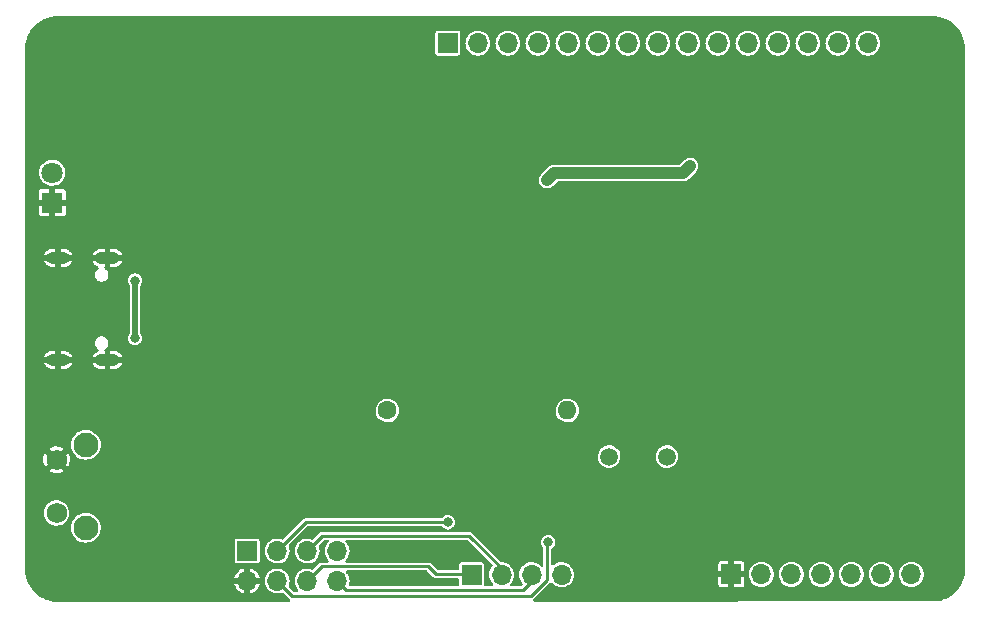
<source format=gbr>
%TF.GenerationSoftware,KiCad,Pcbnew,(6.0.7-1)-1*%
%TF.CreationDate,2022-09-20T14:46:44+12:00*%
%TF.ProjectId,ENEL300Group10MCUBoard,454e454c-3330-4304-9772-6f757031304d,rev?*%
%TF.SameCoordinates,Original*%
%TF.FileFunction,Copper,L2,Bot*%
%TF.FilePolarity,Positive*%
%FSLAX46Y46*%
G04 Gerber Fmt 4.6, Leading zero omitted, Abs format (unit mm)*
G04 Created by KiCad (PCBNEW (6.0.7-1)-1) date 2022-09-20 14:46:44*
%MOMM*%
%LPD*%
G01*
G04 APERTURE LIST*
%TA.AperFunction,ComponentPad*%
%ADD10C,1.600000*%
%TD*%
%TA.AperFunction,ComponentPad*%
%ADD11O,1.600000X1.600000*%
%TD*%
%TA.AperFunction,ComponentPad*%
%ADD12O,2.100000X1.050000*%
%TD*%
%TA.AperFunction,ComponentPad*%
%ADD13O,2.000000X1.000000*%
%TD*%
%TA.AperFunction,ComponentPad*%
%ADD14C,2.100000*%
%TD*%
%TA.AperFunction,ComponentPad*%
%ADD15C,1.750000*%
%TD*%
%TA.AperFunction,ComponentPad*%
%ADD16O,1.700000X1.700000*%
%TD*%
%TA.AperFunction,ComponentPad*%
%ADD17R,1.700000X1.700000*%
%TD*%
%TA.AperFunction,ComponentPad*%
%ADD18R,1.800000X1.800000*%
%TD*%
%TA.AperFunction,ComponentPad*%
%ADD19C,1.800000*%
%TD*%
%TA.AperFunction,ComponentPad*%
%ADD20C,1.500000*%
%TD*%
%TA.AperFunction,ViaPad*%
%ADD21C,0.800000*%
%TD*%
%TA.AperFunction,Conductor*%
%ADD22C,1.000000*%
%TD*%
%TA.AperFunction,Conductor*%
%ADD23C,0.500000*%
%TD*%
%TA.AperFunction,Conductor*%
%ADD24C,0.250000*%
%TD*%
G04 APERTURE END LIST*
D10*
%TO.P,R4,1*%
%TO.N,Net-(C6-Pad1)*%
X80880000Y-71100000D03*
D11*
%TO.P,R4,2*%
%TO.N,RESET*%
X96120000Y-71100000D03*
%TD*%
D12*
%TO.P,J1,S1,SHIELD*%
%TO.N,GND*%
X57180000Y-58180000D03*
D13*
X53000000Y-58180000D03*
X53000000Y-66820000D03*
D12*
X57180000Y-66820000D03*
%TD*%
D14*
%TO.P,RESET1,*%
%TO.N,*%
X55352500Y-81025000D03*
X55352500Y-74015000D03*
D15*
%TO.P,RESET1,1,1*%
%TO.N,Net-(C6-Pad1)*%
X52862500Y-79775000D03*
%TO.P,RESET1,2,2*%
%TO.N,GND*%
X52862500Y-75275000D03*
%TD*%
D16*
%TO.P,WIRELESS1,1,Pin_1*%
%TO.N,GND*%
X69000000Y-85540000D03*
D17*
%TO.P,WIRELESS1,2,Pin_2*%
%TO.N,VCC*%
X69000000Y-83000000D03*
D16*
%TO.P,WIRELESS1,3,Pin_3*%
%TO.N,CE_COM*%
X71540000Y-85540000D03*
%TO.P,WIRELESS1,4,Pin_4*%
%TO.N,CNS*%
X71540000Y-83000000D03*
%TO.P,WIRELESS1,5,Pin_5*%
%TO.N,SCK*%
X74080000Y-85540000D03*
%TO.P,WIRELESS1,6,Pin_6*%
%TO.N,MOSI*%
X74080000Y-83000000D03*
%TO.P,WIRELESS1,7,Pin_7*%
%TO.N,MISO*%
X76620000Y-85540000D03*
%TO.P,WIRELESS1,8,Pin_8*%
%TO.N,unconnected-(WIRELESS1-Pad8)*%
X76620000Y-83000000D03*
%TD*%
D18*
%TO.P,PWR1,1,K*%
%TO.N,GND*%
X52500000Y-53500000D03*
D19*
%TO.P,PWR1,2,A*%
%TO.N,Net-(PWR1-Pad2)*%
X52500000Y-50960000D03*
%TD*%
D20*
%TO.P,Y1,1,1*%
%TO.N,/XTAL1*%
X104550000Y-75000000D03*
%TO.P,Y1,2,2*%
%TO.N,/XTAL2*%
X99650000Y-75000000D03*
%TD*%
D17*
%TO.P,GPIO2,1,Pin_1*%
%TO.N,PE6*%
X86000000Y-40000000D03*
D16*
%TO.P,GPIO2,2,Pin_2*%
%TO.N,ADC*%
X88540000Y-40000000D03*
%TO.P,GPIO2,3,Pin_3*%
%TO.N,PF1*%
X91080000Y-40000000D03*
%TO.P,GPIO2,4,Pin_4*%
%TO.N,PF4*%
X93620000Y-40000000D03*
%TO.P,GPIO2,5,Pin_5*%
%TO.N,PF5*%
X96160000Y-40000000D03*
%TO.P,GPIO2,6,Pin_6*%
%TO.N,PF6*%
X98700000Y-40000000D03*
%TO.P,GPIO2,7,Pin_7*%
%TO.N,PF7*%
X101240000Y-40000000D03*
%TO.P,GPIO2,8,Pin_8*%
%TO.N,PC7*%
X103780000Y-40000000D03*
%TO.P,GPIO2,9,Pin_9*%
%TO.N,PC6*%
X106320000Y-40000000D03*
%TO.P,GPIO2,10,Pin_10*%
%TO.N,PB6*%
X108860000Y-40000000D03*
%TO.P,GPIO2,11,Pin_11*%
%TO.N,PB5*%
X111400000Y-40000000D03*
%TO.P,GPIO2,12,Pin_12*%
%TO.N,PB4*%
X113940000Y-40000000D03*
%TO.P,GPIO2,13,Pin_13*%
%TO.N,PD7*%
X116480000Y-40000000D03*
%TO.P,GPIO2,14,Pin_14*%
%TO.N,PD6*%
X119020000Y-40000000D03*
%TO.P,GPIO2,15,Pin_15*%
%TO.N,PD4*%
X121560000Y-40000000D03*
%TD*%
D17*
%TO.P,J2,1,Pin_1*%
%TO.N,SCK*%
X88000000Y-85000000D03*
D16*
%TO.P,J2,2,Pin_2*%
%TO.N,MOSI*%
X90540000Y-85000000D03*
%TO.P,J2,3,Pin_3*%
%TO.N,MISO*%
X93080000Y-85000000D03*
%TO.P,J2,4,Pin_4*%
%TO.N,RESET*%
X95620000Y-85000000D03*
%TD*%
D17*
%TO.P,GPIO1,1,Pin_1*%
%TO.N,GND*%
X110000000Y-84975000D03*
D16*
%TO.P,GPIO1,2,Pin_2*%
%TO.N,VCC*%
X112540000Y-84975000D03*
%TO.P,GPIO1,3,Pin_3*%
%TO.N,PD0*%
X115080000Y-84975000D03*
%TO.P,GPIO1,4,Pin_4*%
%TO.N,PD1*%
X117620000Y-84975000D03*
%TO.P,GPIO1,5,Pin_5*%
%TO.N,PD2*%
X120160000Y-84975000D03*
%TO.P,GPIO1,6,Pin_6*%
%TO.N,PD3*%
X122700000Y-84975000D03*
%TO.P,GPIO1,7,Pin_7*%
%TO.N,PD5*%
X125240000Y-84975000D03*
%TD*%
D21*
%TO.N,VCC*%
X106500000Y-50400000D03*
X94400000Y-51600000D03*
%TO.N,GND*%
X95000000Y-47250000D03*
X56500000Y-86000000D03*
X56500000Y-71000000D03*
X58000000Y-46000000D03*
X56500000Y-76000000D03*
X128500000Y-64000000D03*
X71500000Y-56000000D03*
X81500000Y-61000000D03*
X56500000Y-56000000D03*
X120300000Y-42300000D03*
X96250000Y-65000000D03*
X63500000Y-52000000D03*
X83500000Y-44000000D03*
X76500000Y-76000000D03*
X91300000Y-42300000D03*
X121400000Y-82600000D03*
X114000000Y-63500000D03*
X81400000Y-83000000D03*
X51000000Y-43500000D03*
X119000000Y-73500000D03*
X99500000Y-85000000D03*
X71500000Y-76000000D03*
X76500000Y-66000000D03*
X118800000Y-79200000D03*
X51500000Y-86000000D03*
X64000000Y-39500000D03*
X123500000Y-44000000D03*
X117500000Y-63500000D03*
X81500000Y-76000000D03*
X104000000Y-67500000D03*
X74000000Y-39500000D03*
X118500000Y-59000000D03*
X114000000Y-80000000D03*
X100000000Y-53600000D03*
X128500000Y-49000000D03*
X98600000Y-56800000D03*
X84000000Y-48500000D03*
X108200000Y-63000000D03*
X81500000Y-66000000D03*
X113500000Y-59000000D03*
X88100000Y-42300000D03*
X128500000Y-59000000D03*
X66500000Y-86000000D03*
X76500000Y-61000000D03*
X122000000Y-68500000D03*
X123500000Y-54000000D03*
X114000000Y-68500000D03*
X81500000Y-85300000D03*
X71500000Y-71000000D03*
X124000000Y-82600000D03*
X128500000Y-54000000D03*
X128500000Y-44000000D03*
X81500000Y-56000000D03*
X123000000Y-73500000D03*
X97700000Y-66400000D03*
X91000000Y-48500000D03*
X95250000Y-76750000D03*
X116200000Y-82600000D03*
X51500000Y-71000000D03*
X69000000Y-44000000D03*
X111000000Y-42300000D03*
X89600000Y-53400000D03*
X109200000Y-49800000D03*
X74000000Y-48500000D03*
X92000000Y-77000000D03*
X123500000Y-64000000D03*
X89250000Y-77000000D03*
X51500000Y-81000000D03*
X128500000Y-39000000D03*
X66500000Y-81000000D03*
X128500000Y-69000000D03*
X118000000Y-68500000D03*
X66500000Y-71000000D03*
X118800000Y-82600000D03*
X76500000Y-71000000D03*
X76500000Y-56000000D03*
X66500000Y-61000000D03*
X108000000Y-85000000D03*
X91800000Y-58800000D03*
X123500000Y-59000000D03*
X62000000Y-48500000D03*
X74000000Y-44000000D03*
X61500000Y-86000000D03*
X100800000Y-61400000D03*
X86300000Y-66000000D03*
X61500000Y-81000000D03*
X127000000Y-78500000D03*
X51000000Y-48500000D03*
X108200000Y-65500000D03*
X100840000Y-64910000D03*
X117700000Y-42400000D03*
X115200000Y-42400000D03*
X124000000Y-78500000D03*
X118500000Y-54000000D03*
X99900000Y-67800000D03*
X105600000Y-53600000D03*
X87800000Y-58900000D03*
X84000000Y-39500000D03*
X79000000Y-39500000D03*
X85700000Y-82900000D03*
X92200000Y-66000000D03*
X116200000Y-77800000D03*
X127000000Y-84500000D03*
X79000000Y-44000000D03*
X58000000Y-39500000D03*
X106400000Y-59600000D03*
X89600000Y-67400000D03*
X106500000Y-47400000D03*
X127000000Y-73500000D03*
X63000000Y-56000000D03*
X64000000Y-44000000D03*
X79000000Y-48500000D03*
X84700000Y-77000000D03*
%TO.N,VBUS*%
X59520000Y-60100000D03*
X59500000Y-64974500D03*
%TO.N,CE_COM*%
X94500000Y-82250000D03*
%TO.N,CNS*%
X86000000Y-80540000D03*
%TD*%
D22*
%TO.N,VCC*%
X95000000Y-51000000D02*
X94400000Y-51600000D01*
X106500000Y-50400000D02*
X105900000Y-51000000D01*
X105900000Y-51000000D02*
X95000000Y-51000000D01*
D23*
%TO.N,VBUS*%
X59520000Y-60100000D02*
X59520000Y-64954500D01*
X59520000Y-64954500D02*
X59500000Y-64974500D01*
D24*
%TO.N,CE_COM*%
X71540000Y-85540000D02*
X72800000Y-86800000D01*
X93043270Y-86800000D02*
X72800000Y-86800000D01*
X94500000Y-82250000D02*
X94419278Y-82330722D01*
X94419278Y-85423992D02*
X93043270Y-86800000D01*
X94419278Y-82330722D02*
X94419278Y-85423992D01*
%TO.N,SCK*%
X74080000Y-85540000D02*
X75320000Y-84300000D01*
X85025000Y-84975000D02*
X84350000Y-84300000D01*
X75320000Y-84300000D02*
X84350000Y-84300000D01*
X88510000Y-84975000D02*
X85025000Y-84975000D01*
%TO.N,MISO*%
X92320000Y-86300000D02*
X77380000Y-86300000D01*
X93620000Y-85000000D02*
X92320000Y-86300000D01*
X77380000Y-86300000D02*
X76620000Y-85540000D01*
%TO.N,CNS*%
X86000000Y-80540000D02*
X74000000Y-80540000D01*
X74000000Y-80540000D02*
X71540000Y-83000000D01*
%TO.N,MOSI*%
X87775000Y-81700000D02*
X91050000Y-84975000D01*
X74080000Y-83000000D02*
X75380000Y-81700000D01*
X75380000Y-81700000D02*
X87775000Y-81700000D01*
%TD*%
%TA.AperFunction,Conductor*%
%TO.N,GND*%
G36*
X126980921Y-37702517D02*
G01*
X126986029Y-37702526D01*
X126999641Y-37705656D01*
X127013263Y-37702574D01*
X127027225Y-37702598D01*
X127027224Y-37703160D01*
X127035328Y-37702484D01*
X127306493Y-37717713D01*
X127320310Y-37719270D01*
X127616078Y-37769522D01*
X127629636Y-37772616D01*
X127917927Y-37855672D01*
X127931052Y-37860265D01*
X128208223Y-37975073D01*
X128220751Y-37981106D01*
X128367049Y-38061962D01*
X128483334Y-38126230D01*
X128495103Y-38133626D01*
X128739785Y-38307238D01*
X128750653Y-38315904D01*
X128974364Y-38515825D01*
X128984175Y-38525636D01*
X129184093Y-38749343D01*
X129192762Y-38760215D01*
X129366374Y-39004897D01*
X129373770Y-39016666D01*
X129404224Y-39071769D01*
X129518894Y-39279249D01*
X129524927Y-39291777D01*
X129639735Y-39568948D01*
X129644328Y-39582073D01*
X129727384Y-39870364D01*
X129730478Y-39883922D01*
X129780730Y-40179690D01*
X129782287Y-40193507D01*
X129789524Y-40322366D01*
X129795829Y-40434618D01*
X129797485Y-40464108D01*
X129796805Y-40472065D01*
X129797498Y-40472066D01*
X129797474Y-40486032D01*
X129794344Y-40499641D01*
X129797427Y-40513264D01*
X129797419Y-40517648D01*
X129799500Y-40536280D01*
X129799500Y-84463146D01*
X129797483Y-84480921D01*
X129797474Y-84486029D01*
X129794344Y-84499641D01*
X129797426Y-84513261D01*
X129797402Y-84527227D01*
X129796904Y-84527226D01*
X129797588Y-84535334D01*
X129793910Y-84603297D01*
X129783538Y-84794970D01*
X129783514Y-84795409D01*
X129782069Y-84808723D01*
X129745385Y-85032919D01*
X129735378Y-85094075D01*
X129732502Y-85107164D01*
X129655294Y-85385793D01*
X129651023Y-85398495D01*
X129544195Y-85667169D01*
X129538578Y-85679336D01*
X129403382Y-85934911D01*
X129396484Y-85946401D01*
X129234491Y-86185901D01*
X129226394Y-86196580D01*
X129039508Y-86417191D01*
X129030306Y-86426933D01*
X128820703Y-86626089D01*
X128810504Y-86634781D01*
X128580628Y-86810158D01*
X128569557Y-86817694D01*
X128322091Y-86967243D01*
X128310278Y-86973538D01*
X128048119Y-87095508D01*
X128035683Y-87100495D01*
X127811587Y-87176588D01*
X127761895Y-87193461D01*
X127749011Y-87197072D01*
X127495321Y-87253593D01*
X127487356Y-87254227D01*
X127487458Y-87254843D01*
X127473872Y-87257083D01*
X127465059Y-87256001D01*
X127460871Y-87256334D01*
X127459795Y-87256268D01*
X127459850Y-87255361D01*
X127453766Y-87254614D01*
X127453768Y-87258704D01*
X93326347Y-87277403D01*
X93259297Y-87257755D01*
X93213513Y-87204976D01*
X93203531Y-87135823D01*
X93232522Y-87072252D01*
X93246416Y-87058568D01*
X93255725Y-87053194D01*
X93280008Y-87024255D01*
X93287315Y-87016281D01*
X94633888Y-85669709D01*
X94695211Y-85636224D01*
X94764903Y-85641208D01*
X94818746Y-85680366D01*
X94860677Y-85733270D01*
X94865296Y-85737201D01*
X95012950Y-85862865D01*
X95012955Y-85862869D01*
X95017564Y-85866791D01*
X95197398Y-85967297D01*
X95393329Y-86030959D01*
X95399347Y-86031677D01*
X95399349Y-86031677D01*
X95485757Y-86041980D01*
X95597894Y-86055351D01*
X95603938Y-86054886D01*
X95603939Y-86054886D01*
X95665266Y-86050167D01*
X95803300Y-86039546D01*
X95901873Y-86012024D01*
X95995885Y-85985776D01*
X95995889Y-85985774D01*
X96001725Y-85984145D01*
X96185610Y-85891258D01*
X96246702Y-85843528D01*
X108900000Y-85843528D01*
X108901190Y-85855604D01*
X108912122Y-85910567D01*
X108921290Y-85932699D01*
X108962976Y-85995087D01*
X108979913Y-86012024D01*
X109042301Y-86053710D01*
X109064433Y-86062878D01*
X109119396Y-86073810D01*
X109131472Y-86075000D01*
X109732170Y-86075000D01*
X109747169Y-86070596D01*
X109748356Y-86069226D01*
X109750000Y-86061668D01*
X109750000Y-86057170D01*
X110250000Y-86057170D01*
X110254404Y-86072169D01*
X110255774Y-86073356D01*
X110263332Y-86075000D01*
X110868528Y-86075000D01*
X110880604Y-86073810D01*
X110935567Y-86062878D01*
X110957699Y-86053710D01*
X111020087Y-86012024D01*
X111037024Y-85995087D01*
X111078710Y-85932699D01*
X111087878Y-85910567D01*
X111098810Y-85855604D01*
X111100000Y-85843528D01*
X111100000Y-85242830D01*
X111095596Y-85227831D01*
X111094226Y-85226644D01*
X111086668Y-85225000D01*
X110267830Y-85225000D01*
X110252831Y-85229404D01*
X110251644Y-85230774D01*
X110250000Y-85238332D01*
X110250000Y-86057170D01*
X109750000Y-86057170D01*
X109750000Y-85242830D01*
X109745596Y-85227831D01*
X109744226Y-85226644D01*
X109736668Y-85225000D01*
X108917830Y-85225000D01*
X108902831Y-85229404D01*
X108901644Y-85230774D01*
X108900000Y-85238332D01*
X108900000Y-85843528D01*
X96246702Y-85843528D01*
X96347951Y-85764424D01*
X96351907Y-85759840D01*
X96351911Y-85759837D01*
X96478602Y-85613062D01*
X96482564Y-85608472D01*
X96503387Y-85571818D01*
X96581327Y-85434618D01*
X96584323Y-85429344D01*
X96633778Y-85280677D01*
X96647439Y-85239611D01*
X96647439Y-85239610D01*
X96649351Y-85233863D01*
X96652510Y-85208863D01*
X96674736Y-85032919D01*
X96674736Y-85032915D01*
X96675171Y-85029474D01*
X96675397Y-85013285D01*
X96675535Y-85003461D01*
X96675535Y-85003454D01*
X96675583Y-85000000D01*
X96671687Y-84960262D01*
X111484520Y-84960262D01*
X111501759Y-85165553D01*
X111558544Y-85363586D01*
X111652712Y-85546818D01*
X111656480Y-85551572D01*
X111685402Y-85588062D01*
X111780677Y-85708270D01*
X111785296Y-85712201D01*
X111932950Y-85837865D01*
X111932955Y-85837869D01*
X111937564Y-85841791D01*
X112117398Y-85942297D01*
X112246193Y-85984145D01*
X112279869Y-85995087D01*
X112313329Y-86005959D01*
X112319347Y-86006677D01*
X112319349Y-86006677D01*
X112405522Y-86016952D01*
X112517894Y-86030351D01*
X112523938Y-86029886D01*
X112523939Y-86029886D01*
X112585266Y-86025167D01*
X112723300Y-86014546D01*
X112832930Y-85983937D01*
X112915885Y-85960776D01*
X112915889Y-85960774D01*
X112921725Y-85959145D01*
X113105610Y-85866258D01*
X113267951Y-85739424D01*
X113271907Y-85734840D01*
X113271911Y-85734837D01*
X113398602Y-85588062D01*
X113402564Y-85583472D01*
X113409185Y-85571818D01*
X113501327Y-85409618D01*
X113504323Y-85404344D01*
X113546795Y-85276668D01*
X113567439Y-85214611D01*
X113567439Y-85214610D01*
X113569351Y-85208863D01*
X113571088Y-85195118D01*
X113594736Y-85007919D01*
X113594736Y-85007915D01*
X113595171Y-85004474D01*
X113595583Y-84975000D01*
X113594138Y-84960262D01*
X114024520Y-84960262D01*
X114041759Y-85165553D01*
X114098544Y-85363586D01*
X114192712Y-85546818D01*
X114196480Y-85551572D01*
X114225402Y-85588062D01*
X114320677Y-85708270D01*
X114325296Y-85712201D01*
X114472950Y-85837865D01*
X114472955Y-85837869D01*
X114477564Y-85841791D01*
X114657398Y-85942297D01*
X114786193Y-85984145D01*
X114819869Y-85995087D01*
X114853329Y-86005959D01*
X114859347Y-86006677D01*
X114859349Y-86006677D01*
X114945522Y-86016952D01*
X115057894Y-86030351D01*
X115063938Y-86029886D01*
X115063939Y-86029886D01*
X115125266Y-86025167D01*
X115263300Y-86014546D01*
X115372930Y-85983937D01*
X115455885Y-85960776D01*
X115455889Y-85960774D01*
X115461725Y-85959145D01*
X115645610Y-85866258D01*
X115807951Y-85739424D01*
X115811907Y-85734840D01*
X115811911Y-85734837D01*
X115938602Y-85588062D01*
X115942564Y-85583472D01*
X115949185Y-85571818D01*
X116041327Y-85409618D01*
X116044323Y-85404344D01*
X116086795Y-85276668D01*
X116107439Y-85214611D01*
X116107439Y-85214610D01*
X116109351Y-85208863D01*
X116111088Y-85195118D01*
X116134736Y-85007919D01*
X116134736Y-85007915D01*
X116135171Y-85004474D01*
X116135583Y-84975000D01*
X116134138Y-84960262D01*
X116564520Y-84960262D01*
X116581759Y-85165553D01*
X116638544Y-85363586D01*
X116732712Y-85546818D01*
X116736480Y-85551572D01*
X116765402Y-85588062D01*
X116860677Y-85708270D01*
X116865296Y-85712201D01*
X117012950Y-85837865D01*
X117012955Y-85837869D01*
X117017564Y-85841791D01*
X117197398Y-85942297D01*
X117326193Y-85984145D01*
X117359869Y-85995087D01*
X117393329Y-86005959D01*
X117399347Y-86006677D01*
X117399349Y-86006677D01*
X117485522Y-86016952D01*
X117597894Y-86030351D01*
X117603938Y-86029886D01*
X117603939Y-86029886D01*
X117665266Y-86025167D01*
X117803300Y-86014546D01*
X117912930Y-85983937D01*
X117995885Y-85960776D01*
X117995889Y-85960774D01*
X118001725Y-85959145D01*
X118185610Y-85866258D01*
X118347951Y-85739424D01*
X118351907Y-85734840D01*
X118351911Y-85734837D01*
X118478602Y-85588062D01*
X118482564Y-85583472D01*
X118489185Y-85571818D01*
X118581327Y-85409618D01*
X118584323Y-85404344D01*
X118626795Y-85276668D01*
X118647439Y-85214611D01*
X118647439Y-85214610D01*
X118649351Y-85208863D01*
X118651088Y-85195118D01*
X118674736Y-85007919D01*
X118674736Y-85007915D01*
X118675171Y-85004474D01*
X118675583Y-84975000D01*
X118674138Y-84960262D01*
X119104520Y-84960262D01*
X119121759Y-85165553D01*
X119178544Y-85363586D01*
X119272712Y-85546818D01*
X119276480Y-85551572D01*
X119305402Y-85588062D01*
X119400677Y-85708270D01*
X119405296Y-85712201D01*
X119552950Y-85837865D01*
X119552955Y-85837869D01*
X119557564Y-85841791D01*
X119737398Y-85942297D01*
X119866193Y-85984145D01*
X119899869Y-85995087D01*
X119933329Y-86005959D01*
X119939347Y-86006677D01*
X119939349Y-86006677D01*
X120025522Y-86016952D01*
X120137894Y-86030351D01*
X120143938Y-86029886D01*
X120143939Y-86029886D01*
X120205266Y-86025167D01*
X120343300Y-86014546D01*
X120452930Y-85983937D01*
X120535885Y-85960776D01*
X120535889Y-85960774D01*
X120541725Y-85959145D01*
X120725610Y-85866258D01*
X120887951Y-85739424D01*
X120891907Y-85734840D01*
X120891911Y-85734837D01*
X121018602Y-85588062D01*
X121022564Y-85583472D01*
X121029185Y-85571818D01*
X121121327Y-85409618D01*
X121124323Y-85404344D01*
X121166795Y-85276668D01*
X121187439Y-85214611D01*
X121187439Y-85214610D01*
X121189351Y-85208863D01*
X121191088Y-85195118D01*
X121214736Y-85007919D01*
X121214736Y-85007915D01*
X121215171Y-85004474D01*
X121215583Y-84975000D01*
X121214138Y-84960262D01*
X121644520Y-84960262D01*
X121661759Y-85165553D01*
X121718544Y-85363586D01*
X121812712Y-85546818D01*
X121816480Y-85551572D01*
X121845402Y-85588062D01*
X121940677Y-85708270D01*
X121945296Y-85712201D01*
X122092950Y-85837865D01*
X122092955Y-85837869D01*
X122097564Y-85841791D01*
X122277398Y-85942297D01*
X122406193Y-85984145D01*
X122439869Y-85995087D01*
X122473329Y-86005959D01*
X122479347Y-86006677D01*
X122479349Y-86006677D01*
X122565522Y-86016952D01*
X122677894Y-86030351D01*
X122683938Y-86029886D01*
X122683939Y-86029886D01*
X122745266Y-86025167D01*
X122883300Y-86014546D01*
X122992930Y-85983937D01*
X123075885Y-85960776D01*
X123075889Y-85960774D01*
X123081725Y-85959145D01*
X123265610Y-85866258D01*
X123427951Y-85739424D01*
X123431907Y-85734840D01*
X123431911Y-85734837D01*
X123558602Y-85588062D01*
X123562564Y-85583472D01*
X123569185Y-85571818D01*
X123661327Y-85409618D01*
X123664323Y-85404344D01*
X123706795Y-85276668D01*
X123727439Y-85214611D01*
X123727439Y-85214610D01*
X123729351Y-85208863D01*
X123731088Y-85195118D01*
X123754736Y-85007919D01*
X123754736Y-85007915D01*
X123755171Y-85004474D01*
X123755583Y-84975000D01*
X123754138Y-84960262D01*
X124184520Y-84960262D01*
X124201759Y-85165553D01*
X124258544Y-85363586D01*
X124352712Y-85546818D01*
X124356480Y-85551572D01*
X124385402Y-85588062D01*
X124480677Y-85708270D01*
X124485296Y-85712201D01*
X124632950Y-85837865D01*
X124632955Y-85837869D01*
X124637564Y-85841791D01*
X124817398Y-85942297D01*
X124946193Y-85984145D01*
X124979869Y-85995087D01*
X125013329Y-86005959D01*
X125019347Y-86006677D01*
X125019349Y-86006677D01*
X125105522Y-86016952D01*
X125217894Y-86030351D01*
X125223938Y-86029886D01*
X125223939Y-86029886D01*
X125285266Y-86025167D01*
X125423300Y-86014546D01*
X125532930Y-85983937D01*
X125615885Y-85960776D01*
X125615889Y-85960774D01*
X125621725Y-85959145D01*
X125805610Y-85866258D01*
X125967951Y-85739424D01*
X125971907Y-85734840D01*
X125971911Y-85734837D01*
X126098602Y-85588062D01*
X126102564Y-85583472D01*
X126109185Y-85571818D01*
X126201327Y-85409618D01*
X126204323Y-85404344D01*
X126246795Y-85276668D01*
X126267439Y-85214611D01*
X126267439Y-85214610D01*
X126269351Y-85208863D01*
X126271088Y-85195118D01*
X126294736Y-85007919D01*
X126294736Y-85007915D01*
X126295171Y-85004474D01*
X126295583Y-84975000D01*
X126292052Y-84938989D01*
X126276072Y-84776006D01*
X126276072Y-84776004D01*
X126275480Y-84769970D01*
X126256519Y-84707170D01*
X126217688Y-84578555D01*
X126215935Y-84572749D01*
X126157659Y-84463146D01*
X126122065Y-84396203D01*
X126122064Y-84396201D01*
X126119218Y-84390849D01*
X125989011Y-84231200D01*
X125976458Y-84220815D01*
X125834946Y-84103746D01*
X125834945Y-84103745D01*
X125830275Y-84099882D01*
X125700629Y-84029783D01*
X125654393Y-84004783D01*
X125654391Y-84004782D01*
X125649055Y-84001897D01*
X125639991Y-83999091D01*
X125530968Y-83965343D01*
X125452254Y-83940977D01*
X125247369Y-83919443D01*
X125241336Y-83919992D01*
X125241332Y-83919992D01*
X125117276Y-83931282D01*
X125042203Y-83938114D01*
X125036390Y-83939825D01*
X125036389Y-83939825D01*
X124867907Y-83989412D01*
X124844572Y-83996280D01*
X124780487Y-84029783D01*
X124667374Y-84088917D01*
X124667370Y-84088920D01*
X124662002Y-84091726D01*
X124657279Y-84095523D01*
X124657278Y-84095524D01*
X124624354Y-84121996D01*
X124501447Y-84220815D01*
X124369024Y-84378630D01*
X124269776Y-84559162D01*
X124267942Y-84564944D01*
X124267941Y-84564946D01*
X124222825Y-84707170D01*
X124207484Y-84755532D01*
X124203060Y-84794970D01*
X124186386Y-84943630D01*
X124184520Y-84960262D01*
X123754138Y-84960262D01*
X123752052Y-84938989D01*
X123736072Y-84776006D01*
X123736072Y-84776004D01*
X123735480Y-84769970D01*
X123716519Y-84707170D01*
X123677688Y-84578555D01*
X123675935Y-84572749D01*
X123617659Y-84463146D01*
X123582065Y-84396203D01*
X123582064Y-84396201D01*
X123579218Y-84390849D01*
X123449011Y-84231200D01*
X123436458Y-84220815D01*
X123294946Y-84103746D01*
X123294945Y-84103745D01*
X123290275Y-84099882D01*
X123160629Y-84029783D01*
X123114393Y-84004783D01*
X123114391Y-84004782D01*
X123109055Y-84001897D01*
X123099991Y-83999091D01*
X122990968Y-83965343D01*
X122912254Y-83940977D01*
X122707369Y-83919443D01*
X122701336Y-83919992D01*
X122701332Y-83919992D01*
X122577276Y-83931282D01*
X122502203Y-83938114D01*
X122496390Y-83939825D01*
X122496389Y-83939825D01*
X122327907Y-83989412D01*
X122304572Y-83996280D01*
X122240487Y-84029783D01*
X122127374Y-84088917D01*
X122127370Y-84088920D01*
X122122002Y-84091726D01*
X122117279Y-84095523D01*
X122117278Y-84095524D01*
X122084354Y-84121996D01*
X121961447Y-84220815D01*
X121829024Y-84378630D01*
X121729776Y-84559162D01*
X121727942Y-84564944D01*
X121727941Y-84564946D01*
X121682825Y-84707170D01*
X121667484Y-84755532D01*
X121663060Y-84794970D01*
X121646386Y-84943630D01*
X121644520Y-84960262D01*
X121214138Y-84960262D01*
X121212052Y-84938989D01*
X121196072Y-84776006D01*
X121196072Y-84776004D01*
X121195480Y-84769970D01*
X121176519Y-84707170D01*
X121137688Y-84578555D01*
X121135935Y-84572749D01*
X121077659Y-84463146D01*
X121042065Y-84396203D01*
X121042064Y-84396201D01*
X121039218Y-84390849D01*
X120909011Y-84231200D01*
X120896458Y-84220815D01*
X120754946Y-84103746D01*
X120754945Y-84103745D01*
X120750275Y-84099882D01*
X120620629Y-84029783D01*
X120574393Y-84004783D01*
X120574391Y-84004782D01*
X120569055Y-84001897D01*
X120559991Y-83999091D01*
X120450968Y-83965343D01*
X120372254Y-83940977D01*
X120167369Y-83919443D01*
X120161336Y-83919992D01*
X120161332Y-83919992D01*
X120037276Y-83931282D01*
X119962203Y-83938114D01*
X119956390Y-83939825D01*
X119956389Y-83939825D01*
X119787907Y-83989412D01*
X119764572Y-83996280D01*
X119700487Y-84029783D01*
X119587374Y-84088917D01*
X119587370Y-84088920D01*
X119582002Y-84091726D01*
X119577279Y-84095523D01*
X119577278Y-84095524D01*
X119544354Y-84121996D01*
X119421447Y-84220815D01*
X119289024Y-84378630D01*
X119189776Y-84559162D01*
X119187942Y-84564944D01*
X119187941Y-84564946D01*
X119142825Y-84707170D01*
X119127484Y-84755532D01*
X119123060Y-84794970D01*
X119106386Y-84943630D01*
X119104520Y-84960262D01*
X118674138Y-84960262D01*
X118672052Y-84938989D01*
X118656072Y-84776006D01*
X118656072Y-84776004D01*
X118655480Y-84769970D01*
X118636519Y-84707170D01*
X118597688Y-84578555D01*
X118595935Y-84572749D01*
X118537659Y-84463146D01*
X118502065Y-84396203D01*
X118502064Y-84396201D01*
X118499218Y-84390849D01*
X118369011Y-84231200D01*
X118356458Y-84220815D01*
X118214946Y-84103746D01*
X118214945Y-84103745D01*
X118210275Y-84099882D01*
X118080629Y-84029783D01*
X118034393Y-84004783D01*
X118034391Y-84004782D01*
X118029055Y-84001897D01*
X118019991Y-83999091D01*
X117910968Y-83965343D01*
X117832254Y-83940977D01*
X117627369Y-83919443D01*
X117621336Y-83919992D01*
X117621332Y-83919992D01*
X117497276Y-83931282D01*
X117422203Y-83938114D01*
X117416390Y-83939825D01*
X117416389Y-83939825D01*
X117247907Y-83989412D01*
X117224572Y-83996280D01*
X117160487Y-84029783D01*
X117047374Y-84088917D01*
X117047370Y-84088920D01*
X117042002Y-84091726D01*
X117037279Y-84095523D01*
X117037278Y-84095524D01*
X117004354Y-84121996D01*
X116881447Y-84220815D01*
X116749024Y-84378630D01*
X116649776Y-84559162D01*
X116647942Y-84564944D01*
X116647941Y-84564946D01*
X116602825Y-84707170D01*
X116587484Y-84755532D01*
X116583060Y-84794970D01*
X116566386Y-84943630D01*
X116564520Y-84960262D01*
X116134138Y-84960262D01*
X116132052Y-84938989D01*
X116116072Y-84776006D01*
X116116072Y-84776004D01*
X116115480Y-84769970D01*
X116096519Y-84707170D01*
X116057688Y-84578555D01*
X116055935Y-84572749D01*
X115997659Y-84463146D01*
X115962065Y-84396203D01*
X115962064Y-84396201D01*
X115959218Y-84390849D01*
X115829011Y-84231200D01*
X115816458Y-84220815D01*
X115674946Y-84103746D01*
X115674945Y-84103745D01*
X115670275Y-84099882D01*
X115540629Y-84029783D01*
X115494393Y-84004783D01*
X115494391Y-84004782D01*
X115489055Y-84001897D01*
X115479991Y-83999091D01*
X115370968Y-83965343D01*
X115292254Y-83940977D01*
X115087369Y-83919443D01*
X115081336Y-83919992D01*
X115081332Y-83919992D01*
X114957276Y-83931282D01*
X114882203Y-83938114D01*
X114876390Y-83939825D01*
X114876389Y-83939825D01*
X114707907Y-83989412D01*
X114684572Y-83996280D01*
X114620487Y-84029783D01*
X114507374Y-84088917D01*
X114507370Y-84088920D01*
X114502002Y-84091726D01*
X114497279Y-84095523D01*
X114497278Y-84095524D01*
X114464354Y-84121996D01*
X114341447Y-84220815D01*
X114209024Y-84378630D01*
X114109776Y-84559162D01*
X114107942Y-84564944D01*
X114107941Y-84564946D01*
X114062825Y-84707170D01*
X114047484Y-84755532D01*
X114043060Y-84794970D01*
X114026386Y-84943630D01*
X114024520Y-84960262D01*
X113594138Y-84960262D01*
X113592052Y-84938989D01*
X113576072Y-84776006D01*
X113576072Y-84776004D01*
X113575480Y-84769970D01*
X113556519Y-84707170D01*
X113517688Y-84578555D01*
X113515935Y-84572749D01*
X113457659Y-84463146D01*
X113422065Y-84396203D01*
X113422064Y-84396201D01*
X113419218Y-84390849D01*
X113289011Y-84231200D01*
X113276458Y-84220815D01*
X113134946Y-84103746D01*
X113134945Y-84103745D01*
X113130275Y-84099882D01*
X113000629Y-84029783D01*
X112954393Y-84004783D01*
X112954391Y-84004782D01*
X112949055Y-84001897D01*
X112939991Y-83999091D01*
X112830968Y-83965343D01*
X112752254Y-83940977D01*
X112547369Y-83919443D01*
X112541336Y-83919992D01*
X112541332Y-83919992D01*
X112417276Y-83931282D01*
X112342203Y-83938114D01*
X112336390Y-83939825D01*
X112336389Y-83939825D01*
X112167907Y-83989412D01*
X112144572Y-83996280D01*
X112080487Y-84029783D01*
X111967374Y-84088917D01*
X111967370Y-84088920D01*
X111962002Y-84091726D01*
X111957279Y-84095523D01*
X111957278Y-84095524D01*
X111924354Y-84121996D01*
X111801447Y-84220815D01*
X111669024Y-84378630D01*
X111569776Y-84559162D01*
X111567942Y-84564944D01*
X111567941Y-84564946D01*
X111522825Y-84707170D01*
X111507484Y-84755532D01*
X111503060Y-84794970D01*
X111486386Y-84943630D01*
X111484520Y-84960262D01*
X96671687Y-84960262D01*
X96671254Y-84955849D01*
X96656072Y-84801006D01*
X96656072Y-84801004D01*
X96655480Y-84794970D01*
X96628971Y-84707170D01*
X108900000Y-84707170D01*
X108904404Y-84722169D01*
X108905774Y-84723356D01*
X108913332Y-84725000D01*
X109732170Y-84725000D01*
X109747169Y-84720596D01*
X109748356Y-84719226D01*
X109750000Y-84711668D01*
X109750000Y-84707170D01*
X110250000Y-84707170D01*
X110254404Y-84722169D01*
X110255774Y-84723356D01*
X110263332Y-84725000D01*
X111082170Y-84725000D01*
X111097169Y-84720596D01*
X111098356Y-84719226D01*
X111100000Y-84711668D01*
X111100000Y-84106472D01*
X111098810Y-84094396D01*
X111087878Y-84039433D01*
X111078710Y-84017301D01*
X111037024Y-83954913D01*
X111020087Y-83937976D01*
X110957699Y-83896290D01*
X110935567Y-83887122D01*
X110880604Y-83876190D01*
X110868528Y-83875000D01*
X110267830Y-83875000D01*
X110252831Y-83879404D01*
X110251644Y-83880774D01*
X110250000Y-83888332D01*
X110250000Y-84707170D01*
X109750000Y-84707170D01*
X109750000Y-83892830D01*
X109745596Y-83877831D01*
X109744226Y-83876644D01*
X109736668Y-83875000D01*
X109131472Y-83875000D01*
X109119396Y-83876190D01*
X109064433Y-83887122D01*
X109042301Y-83896290D01*
X108979913Y-83937976D01*
X108962976Y-83954913D01*
X108921290Y-84017301D01*
X108912122Y-84039433D01*
X108901190Y-84094396D01*
X108900000Y-84106472D01*
X108900000Y-84707170D01*
X96628971Y-84707170D01*
X96597688Y-84603555D01*
X96595935Y-84597749D01*
X96528848Y-84471576D01*
X96502065Y-84421203D01*
X96502064Y-84421201D01*
X96499218Y-84415849D01*
X96369011Y-84256200D01*
X96344467Y-84235895D01*
X96214946Y-84128746D01*
X96214945Y-84128745D01*
X96210275Y-84124882D01*
X96055845Y-84041382D01*
X96034393Y-84029783D01*
X96034391Y-84029782D01*
X96029055Y-84026897D01*
X96019991Y-84024091D01*
X95882116Y-83981412D01*
X95832254Y-83965977D01*
X95627369Y-83944443D01*
X95621336Y-83944992D01*
X95621332Y-83944992D01*
X95495721Y-83956424D01*
X95422203Y-83963114D01*
X95416390Y-83964825D01*
X95416389Y-83964825D01*
X95238091Y-84017301D01*
X95224572Y-84021280D01*
X95186121Y-84041382D01*
X95047374Y-84113917D01*
X95047370Y-84113920D01*
X95042002Y-84116726D01*
X94946477Y-84193530D01*
X94881896Y-84220196D01*
X94813150Y-84207714D01*
X94762066Y-84160047D01*
X94744778Y-84096892D01*
X94744778Y-82878425D01*
X94764463Y-82811386D01*
X94802954Y-82774684D01*
X94802841Y-82774536D01*
X94804216Y-82773481D01*
X94849406Y-82738806D01*
X94921835Y-82683229D01*
X94928282Y-82678282D01*
X95024536Y-82552841D01*
X95027646Y-82545333D01*
X95081934Y-82414271D01*
X95081935Y-82414269D01*
X95085044Y-82406762D01*
X95105682Y-82250000D01*
X95085044Y-82093238D01*
X95076152Y-82071769D01*
X95027646Y-81954667D01*
X95024536Y-81947159D01*
X94928282Y-81821718D01*
X94802841Y-81725464D01*
X94795333Y-81722354D01*
X94664271Y-81668066D01*
X94664269Y-81668065D01*
X94656762Y-81664956D01*
X94500000Y-81644318D01*
X94343238Y-81664956D01*
X94335731Y-81668065D01*
X94335729Y-81668066D01*
X94204667Y-81722354D01*
X94197159Y-81725464D01*
X94071718Y-81821718D01*
X93975464Y-81947159D01*
X93972354Y-81954667D01*
X93923849Y-82071769D01*
X93914956Y-82093238D01*
X93894318Y-82250000D01*
X93914956Y-82406762D01*
X93918065Y-82414269D01*
X93918066Y-82414271D01*
X93972354Y-82545333D01*
X93975464Y-82552841D01*
X93980411Y-82559288D01*
X94068154Y-82673637D01*
X94093348Y-82738806D01*
X94093778Y-82749123D01*
X94093778Y-84232604D01*
X94074093Y-84299643D01*
X94021289Y-84345398D01*
X93952131Y-84355342D01*
X93888575Y-84326317D01*
X93873685Y-84310975D01*
X93832845Y-84260900D01*
X93832840Y-84260895D01*
X93829011Y-84256200D01*
X93804467Y-84235895D01*
X93674946Y-84128746D01*
X93674945Y-84128745D01*
X93670275Y-84124882D01*
X93515845Y-84041382D01*
X93494393Y-84029783D01*
X93494391Y-84029782D01*
X93489055Y-84026897D01*
X93479991Y-84024091D01*
X93342116Y-83981412D01*
X93292254Y-83965977D01*
X93087369Y-83944443D01*
X93081336Y-83944992D01*
X93081332Y-83944992D01*
X92955721Y-83956424D01*
X92882203Y-83963114D01*
X92876390Y-83964825D01*
X92876389Y-83964825D01*
X92698091Y-84017301D01*
X92684572Y-84021280D01*
X92646121Y-84041382D01*
X92507374Y-84113917D01*
X92507370Y-84113920D01*
X92502002Y-84116726D01*
X92497279Y-84120523D01*
X92497278Y-84120524D01*
X92364427Y-84227339D01*
X92341447Y-84245815D01*
X92286771Y-84310975D01*
X92219749Y-84390849D01*
X92209024Y-84403630D01*
X92109776Y-84584162D01*
X92107942Y-84589944D01*
X92107941Y-84589946D01*
X92052675Y-84764167D01*
X92047484Y-84780532D01*
X92045064Y-84802111D01*
X92025283Y-84978461D01*
X92024520Y-84985262D01*
X92041759Y-85190553D01*
X92098544Y-85388586D01*
X92101316Y-85393981D01*
X92101317Y-85393982D01*
X92103687Y-85398593D01*
X92192712Y-85571818D01*
X92196480Y-85576572D01*
X92298800Y-85705668D01*
X92325015Y-85770433D01*
X92312053Y-85839090D01*
X92289303Y-85870371D01*
X92221493Y-85938181D01*
X92160170Y-85971666D01*
X92133812Y-85974500D01*
X91356514Y-85974500D01*
X91289475Y-85954815D01*
X91243720Y-85902011D01*
X91233776Y-85832853D01*
X91262801Y-85769297D01*
X91265985Y-85765960D01*
X91267951Y-85764424D01*
X91402564Y-85608472D01*
X91423387Y-85571818D01*
X91501327Y-85434618D01*
X91504323Y-85429344D01*
X91553778Y-85280677D01*
X91567439Y-85239611D01*
X91567439Y-85239610D01*
X91569351Y-85233863D01*
X91572510Y-85208863D01*
X91594736Y-85032919D01*
X91594736Y-85032915D01*
X91595171Y-85029474D01*
X91595397Y-85013285D01*
X91595535Y-85003461D01*
X91595535Y-85003454D01*
X91595583Y-85000000D01*
X91591254Y-84955849D01*
X91576072Y-84801006D01*
X91576072Y-84801004D01*
X91575480Y-84794970D01*
X91548971Y-84707170D01*
X91517688Y-84603555D01*
X91515935Y-84597749D01*
X91448848Y-84471576D01*
X91422065Y-84421203D01*
X91422064Y-84421201D01*
X91419218Y-84415849D01*
X91289011Y-84256200D01*
X91264467Y-84235895D01*
X91134946Y-84128746D01*
X91134945Y-84128745D01*
X91130275Y-84124882D01*
X90975845Y-84041382D01*
X90954393Y-84029783D01*
X90954391Y-84029782D01*
X90949055Y-84026897D01*
X90939991Y-84024091D01*
X90802116Y-83981412D01*
X90752254Y-83965977D01*
X90547369Y-83944443D01*
X90541331Y-83944992D01*
X90535264Y-83944950D01*
X90535276Y-83943246D01*
X90474693Y-83931282D01*
X90444334Y-83909008D01*
X88019050Y-81483724D01*
X88011741Y-81475749D01*
X87994427Y-81455115D01*
X87987455Y-81446806D01*
X87978063Y-81441384D01*
X87978061Y-81441382D01*
X87954743Y-81427920D01*
X87945617Y-81422106D01*
X87923568Y-81406667D01*
X87923569Y-81406667D01*
X87914684Y-81400446D01*
X87904209Y-81397639D01*
X87900900Y-81396096D01*
X87897442Y-81394838D01*
X87888045Y-81389412D01*
X87864035Y-81385179D01*
X87850857Y-81382855D01*
X87840310Y-81380517D01*
X87803807Y-81370736D01*
X87766181Y-81374028D01*
X87755373Y-81374500D01*
X86153828Y-81374500D01*
X86086789Y-81354815D01*
X86041034Y-81302011D01*
X86031090Y-81232853D01*
X86060115Y-81169297D01*
X86118893Y-81131523D01*
X86137643Y-81127561D01*
X86148703Y-81126105D01*
X86156762Y-81125044D01*
X86164269Y-81121935D01*
X86164271Y-81121934D01*
X86295333Y-81067646D01*
X86302841Y-81064536D01*
X86428282Y-80968282D01*
X86524536Y-80842841D01*
X86541352Y-80802244D01*
X86581934Y-80704271D01*
X86581935Y-80704269D01*
X86585044Y-80696762D01*
X86605682Y-80540000D01*
X86585044Y-80383238D01*
X86558723Y-80319692D01*
X86527646Y-80244667D01*
X86524536Y-80237159D01*
X86428282Y-80111718D01*
X86302841Y-80015464D01*
X86295333Y-80012354D01*
X86164271Y-79958066D01*
X86164269Y-79958065D01*
X86156762Y-79954956D01*
X86000000Y-79934318D01*
X85843238Y-79954956D01*
X85835731Y-79958065D01*
X85835729Y-79958066D01*
X85704667Y-80012354D01*
X85697159Y-80015464D01*
X85571718Y-80111718D01*
X85566771Y-80118165D01*
X85530077Y-80165986D01*
X85473649Y-80207189D01*
X85431701Y-80214500D01*
X74019616Y-80214500D01*
X74008808Y-80214028D01*
X73971193Y-80210737D01*
X73960713Y-80213545D01*
X73960712Y-80213545D01*
X73934712Y-80220511D01*
X73924155Y-80222852D01*
X73898727Y-80227336D01*
X73886955Y-80229412D01*
X73877561Y-80234835D01*
X73874108Y-80236092D01*
X73870791Y-80237639D01*
X73860316Y-80240446D01*
X73829382Y-80262106D01*
X73820261Y-80267917D01*
X73787545Y-80286806D01*
X73780571Y-80295118D01*
X73763268Y-80315739D01*
X73755958Y-80323716D01*
X72080547Y-81999126D01*
X72019224Y-82032611D01*
X71949281Y-82026166D01*
X71949055Y-82026897D01*
X71939991Y-82024091D01*
X71758046Y-81967770D01*
X71758047Y-81967770D01*
X71752254Y-81965977D01*
X71547369Y-81944443D01*
X71541336Y-81944992D01*
X71541332Y-81944992D01*
X71415721Y-81956424D01*
X71342203Y-81963114D01*
X71336390Y-81964825D01*
X71336389Y-81964825D01*
X71150392Y-82019567D01*
X71144572Y-82021280D01*
X71060819Y-82065065D01*
X70967374Y-82113917D01*
X70967370Y-82113920D01*
X70962002Y-82116726D01*
X70957279Y-82120523D01*
X70957278Y-82120524D01*
X70820243Y-82230703D01*
X70801447Y-82245815D01*
X70669024Y-82403630D01*
X70569776Y-82584162D01*
X70567942Y-82589944D01*
X70567941Y-82589946D01*
X70541393Y-82673637D01*
X70507484Y-82780532D01*
X70484520Y-82985262D01*
X70501759Y-83190553D01*
X70558544Y-83388586D01*
X70652712Y-83571818D01*
X70656480Y-83576572D01*
X70685402Y-83613062D01*
X70780677Y-83733270D01*
X70785296Y-83737201D01*
X70932950Y-83862865D01*
X70932955Y-83862869D01*
X70937564Y-83866791D01*
X71117398Y-83967297D01*
X71238566Y-84006667D01*
X71295645Y-84025213D01*
X71313329Y-84030959D01*
X71319347Y-84031677D01*
X71319349Y-84031677D01*
X71446231Y-84046806D01*
X71517894Y-84055351D01*
X71523938Y-84054886D01*
X71523939Y-84054886D01*
X71596404Y-84049310D01*
X71723300Y-84039546D01*
X71847808Y-84004783D01*
X71915885Y-83985776D01*
X71915889Y-83985774D01*
X71921725Y-83984145D01*
X72105610Y-83891258D01*
X72267951Y-83764424D01*
X72271907Y-83759840D01*
X72271911Y-83759837D01*
X72398602Y-83613062D01*
X72402564Y-83608472D01*
X72423387Y-83571818D01*
X72501327Y-83434618D01*
X72504323Y-83429344D01*
X72569351Y-83233863D01*
X72574823Y-83190553D01*
X72594736Y-83032919D01*
X72594736Y-83032915D01*
X72595171Y-83029474D01*
X72595583Y-83000000D01*
X72575480Y-82794970D01*
X72515935Y-82597749D01*
X72513852Y-82593831D01*
X72506561Y-82524910D01*
X72540872Y-82459454D01*
X74098508Y-80901819D01*
X74159831Y-80868334D01*
X74186189Y-80865500D01*
X85431701Y-80865500D01*
X85498740Y-80885185D01*
X85530077Y-80914014D01*
X85571718Y-80968282D01*
X85697159Y-81064536D01*
X85704667Y-81067646D01*
X85835729Y-81121934D01*
X85835731Y-81121935D01*
X85843238Y-81125044D01*
X85851297Y-81126105D01*
X85862357Y-81127561D01*
X85926254Y-81155827D01*
X85964725Y-81214151D01*
X85965557Y-81284016D01*
X85928484Y-81343240D01*
X85865279Y-81373019D01*
X85846172Y-81374500D01*
X75399627Y-81374500D01*
X75388819Y-81374028D01*
X75351193Y-81370736D01*
X75314690Y-81380517D01*
X75304143Y-81382855D01*
X75290965Y-81385179D01*
X75266955Y-81389412D01*
X75257558Y-81394838D01*
X75254100Y-81396096D01*
X75250791Y-81397639D01*
X75240316Y-81400446D01*
X75231431Y-81406667D01*
X75231432Y-81406667D01*
X75209383Y-81422106D01*
X75200257Y-81427920D01*
X75176939Y-81441382D01*
X75176937Y-81441384D01*
X75167545Y-81446806D01*
X75160573Y-81455115D01*
X75160572Y-81455116D01*
X75143263Y-81475744D01*
X75135955Y-81483719D01*
X74620548Y-81999126D01*
X74559225Y-82032611D01*
X74489281Y-82026167D01*
X74489055Y-82026897D01*
X74292254Y-81965977D01*
X74087369Y-81944443D01*
X74081336Y-81944992D01*
X74081332Y-81944992D01*
X73955721Y-81956424D01*
X73882203Y-81963114D01*
X73876390Y-81964825D01*
X73876389Y-81964825D01*
X73690392Y-82019567D01*
X73684572Y-82021280D01*
X73600819Y-82065065D01*
X73507374Y-82113917D01*
X73507370Y-82113920D01*
X73502002Y-82116726D01*
X73497279Y-82120523D01*
X73497278Y-82120524D01*
X73360243Y-82230703D01*
X73341447Y-82245815D01*
X73209024Y-82403630D01*
X73109776Y-82584162D01*
X73107942Y-82589944D01*
X73107941Y-82589946D01*
X73081393Y-82673637D01*
X73047484Y-82780532D01*
X73024520Y-82985262D01*
X73041759Y-83190553D01*
X73098544Y-83388586D01*
X73192712Y-83571818D01*
X73196480Y-83576572D01*
X73225402Y-83613062D01*
X73320677Y-83733270D01*
X73325296Y-83737201D01*
X73472950Y-83862865D01*
X73472955Y-83862869D01*
X73477564Y-83866791D01*
X73657398Y-83967297D01*
X73778566Y-84006667D01*
X73835645Y-84025213D01*
X73853329Y-84030959D01*
X73859347Y-84031677D01*
X73859349Y-84031677D01*
X73986231Y-84046806D01*
X74057894Y-84055351D01*
X74063938Y-84054886D01*
X74063939Y-84054886D01*
X74136404Y-84049310D01*
X74263300Y-84039546D01*
X74387808Y-84004783D01*
X74455885Y-83985776D01*
X74455889Y-83985774D01*
X74461725Y-83984145D01*
X74645610Y-83891258D01*
X74807951Y-83764424D01*
X74811907Y-83759840D01*
X74811911Y-83759837D01*
X74938602Y-83613062D01*
X74942564Y-83608472D01*
X74963387Y-83571818D01*
X75041327Y-83434618D01*
X75044323Y-83429344D01*
X75109351Y-83233863D01*
X75114823Y-83190553D01*
X75134736Y-83032919D01*
X75134736Y-83032915D01*
X75135171Y-83029474D01*
X75135583Y-83000000D01*
X75115480Y-82794970D01*
X75055935Y-82597749D01*
X75053852Y-82593831D01*
X75046561Y-82524910D01*
X75080872Y-82459454D01*
X75478507Y-82061819D01*
X75539830Y-82028334D01*
X75566188Y-82025500D01*
X75803418Y-82025500D01*
X75870457Y-82045185D01*
X75916212Y-82097989D01*
X75926156Y-82167147D01*
X75897131Y-82230703D01*
X75890178Y-82238093D01*
X75886173Y-82242015D01*
X75881447Y-82245815D01*
X75749024Y-82403630D01*
X75649776Y-82584162D01*
X75647942Y-82589944D01*
X75647941Y-82589946D01*
X75621393Y-82673637D01*
X75587484Y-82780532D01*
X75564520Y-82985262D01*
X75581759Y-83190553D01*
X75638544Y-83388586D01*
X75732712Y-83571818D01*
X75736480Y-83576572D01*
X75765402Y-83613062D01*
X75860677Y-83733270D01*
X75865292Y-83737197D01*
X75865300Y-83737206D01*
X75887465Y-83756069D01*
X75925761Y-83814509D01*
X75926382Y-83884376D01*
X75889132Y-83943487D01*
X75825836Y-83973076D01*
X75807099Y-83974500D01*
X75339627Y-83974500D01*
X75328819Y-83974028D01*
X75291193Y-83970736D01*
X75254690Y-83980517D01*
X75244143Y-83982855D01*
X75236827Y-83984145D01*
X75206955Y-83989412D01*
X75197558Y-83994838D01*
X75194100Y-83996096D01*
X75190791Y-83997639D01*
X75180316Y-84000446D01*
X75171431Y-84006667D01*
X75171432Y-84006667D01*
X75149383Y-84022106D01*
X75140257Y-84027920D01*
X75116939Y-84041382D01*
X75116937Y-84041384D01*
X75107545Y-84046806D01*
X75100572Y-84055116D01*
X75083263Y-84075744D01*
X75075955Y-84083719D01*
X74620548Y-84539126D01*
X74559225Y-84572611D01*
X74489281Y-84566167D01*
X74489055Y-84566897D01*
X74292254Y-84505977D01*
X74087369Y-84484443D01*
X74081336Y-84484992D01*
X74081332Y-84484992D01*
X73955721Y-84496424D01*
X73882203Y-84503114D01*
X73876390Y-84504825D01*
X73876389Y-84504825D01*
X73691768Y-84559162D01*
X73684572Y-84561280D01*
X73603708Y-84603555D01*
X73507374Y-84653917D01*
X73507370Y-84653920D01*
X73502002Y-84656726D01*
X73497279Y-84660523D01*
X73497278Y-84660524D01*
X73348018Y-84780532D01*
X73341447Y-84785815D01*
X73209024Y-84943630D01*
X73109776Y-85124162D01*
X73107942Y-85129944D01*
X73107941Y-85129946D01*
X73052645Y-85304263D01*
X73047484Y-85320532D01*
X73024520Y-85525262D01*
X73041759Y-85730553D01*
X73098544Y-85928586D01*
X73101316Y-85933981D01*
X73101317Y-85933982D01*
X73129810Y-85989424D01*
X73192712Y-86111818D01*
X73196480Y-86116572D01*
X73320677Y-86273270D01*
X73318470Y-86275020D01*
X73345300Y-86326219D01*
X73339123Y-86395815D01*
X73296301Y-86451024D01*
X73223700Y-86474500D01*
X72986188Y-86474500D01*
X72919149Y-86454815D01*
X72898507Y-86438181D01*
X72539842Y-86079516D01*
X72506357Y-86018193D01*
X72509862Y-85952695D01*
X72567438Y-85779614D01*
X72567439Y-85779611D01*
X72569351Y-85773863D01*
X72570544Y-85764424D01*
X72594736Y-85572919D01*
X72594736Y-85572915D01*
X72595171Y-85569474D01*
X72595583Y-85540000D01*
X72593547Y-85519232D01*
X72576072Y-85341006D01*
X72576072Y-85341004D01*
X72575480Y-85334970D01*
X72557239Y-85274554D01*
X72517688Y-85143555D01*
X72517688Y-85143554D01*
X72515935Y-85137749D01*
X72474022Y-85058922D01*
X72422065Y-84961203D01*
X72422064Y-84961201D01*
X72419218Y-84955849D01*
X72289011Y-84796200D01*
X72263086Y-84774753D01*
X72134946Y-84668746D01*
X72134945Y-84668745D01*
X72130275Y-84664882D01*
X71996209Y-84592393D01*
X71954393Y-84569783D01*
X71954391Y-84569782D01*
X71949055Y-84566897D01*
X71942753Y-84564946D01*
X71820902Y-84527227D01*
X71752254Y-84505977D01*
X71547369Y-84484443D01*
X71541336Y-84484992D01*
X71541332Y-84484992D01*
X71415721Y-84496424D01*
X71342203Y-84503114D01*
X71336390Y-84504825D01*
X71336389Y-84504825D01*
X71151768Y-84559162D01*
X71144572Y-84561280D01*
X71063708Y-84603555D01*
X70967374Y-84653917D01*
X70967370Y-84653920D01*
X70962002Y-84656726D01*
X70957279Y-84660523D01*
X70957278Y-84660524D01*
X70808018Y-84780532D01*
X70801447Y-84785815D01*
X70669024Y-84943630D01*
X70569776Y-85124162D01*
X70567942Y-85129944D01*
X70567941Y-85129946D01*
X70512645Y-85304263D01*
X70507484Y-85320532D01*
X70484520Y-85525262D01*
X70501759Y-85730553D01*
X70558544Y-85928586D01*
X70561316Y-85933981D01*
X70561317Y-85933982D01*
X70589810Y-85989424D01*
X70652712Y-86111818D01*
X70656480Y-86116572D01*
X70685402Y-86153062D01*
X70780677Y-86273270D01*
X70785296Y-86277201D01*
X70932950Y-86402865D01*
X70932955Y-86402869D01*
X70937564Y-86406791D01*
X71117398Y-86507297D01*
X71313329Y-86570959D01*
X71319347Y-86571677D01*
X71319349Y-86571677D01*
X71459574Y-86588397D01*
X71517894Y-86595351D01*
X71523938Y-86594886D01*
X71523939Y-86594886D01*
X71585266Y-86590167D01*
X71723300Y-86579546D01*
X71841927Y-86546425D01*
X71915885Y-86525776D01*
X71915889Y-86525774D01*
X71921725Y-86524145D01*
X71927132Y-86521414D01*
X71927139Y-86521411D01*
X71936011Y-86516929D01*
X72004725Y-86504272D01*
X72069374Y-86530774D01*
X72079602Y-86539928D01*
X72555950Y-87016276D01*
X72563259Y-87024251D01*
X72587545Y-87053194D01*
X72596939Y-87058618D01*
X72605250Y-87065591D01*
X72604032Y-87067043D01*
X72643064Y-87107981D01*
X72656284Y-87176588D01*
X72630314Y-87241452D01*
X72573398Y-87281979D01*
X72532915Y-87288797D01*
X63850814Y-87293554D01*
X53036831Y-87299479D01*
X53019197Y-87297483D01*
X53013970Y-87297474D01*
X53000359Y-87294344D01*
X52986738Y-87297426D01*
X52972775Y-87297402D01*
X52972776Y-87296840D01*
X52964672Y-87297516D01*
X52693507Y-87282287D01*
X52679690Y-87280730D01*
X52383922Y-87230478D01*
X52370364Y-87227384D01*
X52082073Y-87144328D01*
X52068948Y-87139735D01*
X51791777Y-87024927D01*
X51779249Y-87018894D01*
X51632951Y-86938038D01*
X51516666Y-86873770D01*
X51504897Y-86866374D01*
X51260215Y-86692762D01*
X51249343Y-86684093D01*
X51025636Y-86484175D01*
X51015825Y-86474364D01*
X50815904Y-86250653D01*
X50807238Y-86239785D01*
X50633626Y-85995103D01*
X50626227Y-85983329D01*
X50621348Y-85974500D01*
X50532924Y-85814509D01*
X50526430Y-85802759D01*
X67931731Y-85802759D01*
X67957255Y-85903260D01*
X67961028Y-85913916D01*
X68040910Y-86087193D01*
X68046574Y-86097002D01*
X68156689Y-86252812D01*
X68164039Y-86261417D01*
X68300709Y-86394555D01*
X68309512Y-86401683D01*
X68468147Y-86507680D01*
X68478105Y-86513087D01*
X68653396Y-86588397D01*
X68664178Y-86591901D01*
X68732609Y-86607385D01*
X68746462Y-86606510D01*
X68749907Y-86597504D01*
X69250000Y-86597504D01*
X69253903Y-86610798D01*
X69263736Y-86612206D01*
X69443937Y-86551036D01*
X69454293Y-86546425D01*
X69620753Y-86453202D01*
X69630090Y-86446785D01*
X69776777Y-86324787D01*
X69784787Y-86316777D01*
X69906785Y-86170090D01*
X69913202Y-86160753D01*
X70006425Y-85994293D01*
X70011036Y-85983937D01*
X70072215Y-85803709D01*
X70070821Y-85793930D01*
X70057467Y-85790000D01*
X69267830Y-85790000D01*
X69252831Y-85794404D01*
X69251644Y-85795774D01*
X69250000Y-85803332D01*
X69250000Y-86597504D01*
X68749907Y-86597504D01*
X68750000Y-86597261D01*
X68750000Y-85807830D01*
X68745596Y-85792831D01*
X68744226Y-85791644D01*
X68736668Y-85790000D01*
X67946321Y-85790000D01*
X67933004Y-85793910D01*
X67931731Y-85802759D01*
X50526430Y-85802759D01*
X50481106Y-85720751D01*
X50475073Y-85708223D01*
X50360265Y-85431052D01*
X50355672Y-85417927D01*
X50317909Y-85286850D01*
X67930809Y-85286850D01*
X67937433Y-85290000D01*
X68732170Y-85290000D01*
X68747169Y-85285596D01*
X68748356Y-85284226D01*
X68750000Y-85276668D01*
X68750000Y-85272170D01*
X69250000Y-85272170D01*
X69254404Y-85287169D01*
X69255774Y-85288356D01*
X69263332Y-85290000D01*
X70054654Y-85290000D01*
X70067971Y-85286090D01*
X70069123Y-85278082D01*
X70032880Y-85149574D01*
X70028823Y-85139007D01*
X69944441Y-84967894D01*
X69938517Y-84958228D01*
X69824366Y-84805362D01*
X69816785Y-84796942D01*
X69676683Y-84667432D01*
X69667701Y-84660540D01*
X69506331Y-84558724D01*
X69496253Y-84553589D01*
X69319035Y-84482886D01*
X69308182Y-84479670D01*
X69267484Y-84471576D01*
X69254816Y-84472710D01*
X69250000Y-84487623D01*
X69250000Y-85272170D01*
X68750000Y-85272170D01*
X68750000Y-84484587D01*
X68746254Y-84471829D01*
X68731573Y-84469923D01*
X68719685Y-84471966D01*
X68708745Y-84474897D01*
X68529737Y-84540936D01*
X68519524Y-84545808D01*
X68355557Y-84643358D01*
X68346390Y-84650018D01*
X68202942Y-84775819D01*
X68195152Y-84784028D01*
X68077027Y-84933868D01*
X68070864Y-84943360D01*
X67982025Y-85112214D01*
X67977694Y-85122669D01*
X67931023Y-85272975D01*
X67930809Y-85286850D01*
X50317909Y-85286850D01*
X50272616Y-85129636D01*
X50269522Y-85116078D01*
X50219270Y-84820310D01*
X50217713Y-84806493D01*
X50202532Y-84536172D01*
X50204375Y-84514670D01*
X50203266Y-84514542D01*
X50204070Y-84507555D01*
X50205655Y-84500718D01*
X50205656Y-84500000D01*
X50204098Y-84493168D01*
X50203606Y-84491010D01*
X50200500Y-84463432D01*
X50200500Y-83869748D01*
X67949500Y-83869748D01*
X67953197Y-83888332D01*
X67955918Y-83902011D01*
X67961133Y-83928231D01*
X68005448Y-83994552D01*
X68071769Y-84038867D01*
X68083745Y-84041249D01*
X68083747Y-84041250D01*
X68102326Y-84044945D01*
X68130252Y-84050500D01*
X69869748Y-84050500D01*
X69897674Y-84044945D01*
X69916253Y-84041250D01*
X69916255Y-84041249D01*
X69928231Y-84038867D01*
X69994552Y-83994552D01*
X70038867Y-83928231D01*
X70044083Y-83902011D01*
X70046803Y-83888332D01*
X70050500Y-83869748D01*
X70050500Y-82130252D01*
X70044945Y-82102326D01*
X70041250Y-82083747D01*
X70041249Y-82083745D01*
X70038867Y-82071769D01*
X69994552Y-82005448D01*
X69928231Y-81961133D01*
X69916255Y-81958751D01*
X69916253Y-81958750D01*
X69895724Y-81954667D01*
X69869748Y-81949500D01*
X68130252Y-81949500D01*
X68104276Y-81954667D01*
X68083747Y-81958750D01*
X68083745Y-81958751D01*
X68071769Y-81961133D01*
X68005448Y-82005448D01*
X67961133Y-82071769D01*
X67958751Y-82083745D01*
X67958750Y-82083747D01*
X67955055Y-82102326D01*
X67949500Y-82130252D01*
X67949500Y-83869748D01*
X50200500Y-83869748D01*
X50200500Y-81025000D01*
X54097223Y-81025000D01*
X54116293Y-81242977D01*
X54117695Y-81248209D01*
X54169456Y-81441382D01*
X54172925Y-81454330D01*
X54265398Y-81652638D01*
X54268505Y-81657075D01*
X54268506Y-81657077D01*
X54387796Y-81827442D01*
X54387800Y-81827446D01*
X54390902Y-81831877D01*
X54545623Y-81986598D01*
X54724861Y-82112102D01*
X54923170Y-82204575D01*
X54928393Y-82205974D01*
X54928397Y-82205976D01*
X55074198Y-82245043D01*
X55134523Y-82261207D01*
X55352500Y-82280277D01*
X55570477Y-82261207D01*
X55630802Y-82245043D01*
X55776603Y-82205976D01*
X55776607Y-82205974D01*
X55781830Y-82204575D01*
X55980139Y-82112102D01*
X56159377Y-81986598D01*
X56314098Y-81831877D01*
X56317200Y-81827446D01*
X56317204Y-81827442D01*
X56436494Y-81657077D01*
X56436495Y-81657075D01*
X56439602Y-81652638D01*
X56532075Y-81454330D01*
X56535545Y-81441382D01*
X56587305Y-81248209D01*
X56588707Y-81242977D01*
X56607777Y-81025000D01*
X56588707Y-80807023D01*
X56575825Y-80758947D01*
X56533476Y-80600897D01*
X56533474Y-80600893D01*
X56532075Y-80595670D01*
X56439602Y-80397362D01*
X56435253Y-80391151D01*
X56317204Y-80222558D01*
X56317200Y-80222554D01*
X56314098Y-80218123D01*
X56159377Y-80063402D01*
X55980139Y-79937898D01*
X55781830Y-79845425D01*
X55776607Y-79844026D01*
X55776603Y-79844024D01*
X55575709Y-79790195D01*
X55575710Y-79790195D01*
X55570477Y-79788793D01*
X55352500Y-79769723D01*
X55134523Y-79788793D01*
X55129290Y-79790195D01*
X55129291Y-79790195D01*
X54928397Y-79844024D01*
X54928393Y-79844026D01*
X54923170Y-79845425D01*
X54724862Y-79937898D01*
X54720425Y-79941005D01*
X54720423Y-79941006D01*
X54550058Y-80060296D01*
X54550057Y-80060297D01*
X54545623Y-80063402D01*
X54390902Y-80218123D01*
X54387800Y-80222554D01*
X54387796Y-80222558D01*
X54269747Y-80391151D01*
X54265398Y-80397362D01*
X54172925Y-80595670D01*
X54171526Y-80600893D01*
X54171524Y-80600897D01*
X54129175Y-80758947D01*
X54116293Y-80807023D01*
X54097223Y-81025000D01*
X50200500Y-81025000D01*
X50200500Y-79746726D01*
X51782762Y-79746726D01*
X51795690Y-79943966D01*
X51844345Y-80135547D01*
X51846721Y-80140701D01*
X51911576Y-80281381D01*
X51927099Y-80315054D01*
X51933221Y-80323716D01*
X51975287Y-80383238D01*
X52041179Y-80476474D01*
X52182766Y-80614402D01*
X52347117Y-80724217D01*
X52352340Y-80726461D01*
X52523502Y-80799999D01*
X52523505Y-80800000D01*
X52528728Y-80802244D01*
X52534276Y-80803499D01*
X52534278Y-80803500D01*
X52715971Y-80844613D01*
X52715973Y-80844613D01*
X52721518Y-80845868D01*
X52835450Y-80850344D01*
X52913347Y-80853405D01*
X52913349Y-80853405D01*
X52919028Y-80853628D01*
X52924648Y-80852813D01*
X52924651Y-80852813D01*
X53109020Y-80826081D01*
X53109023Y-80826080D01*
X53114646Y-80825265D01*
X53210538Y-80792714D01*
X53296430Y-80763558D01*
X53296433Y-80763557D01*
X53301820Y-80761728D01*
X53474280Y-80665145D01*
X53615062Y-80548059D01*
X53621885Y-80542384D01*
X53626252Y-80538752D01*
X53631917Y-80531941D01*
X53749010Y-80391151D01*
X53749011Y-80391149D01*
X53752645Y-80386780D01*
X53844450Y-80222852D01*
X53846447Y-80219286D01*
X53846447Y-80219285D01*
X53849228Y-80214320D01*
X53912765Y-80027146D01*
X53924826Y-79943966D01*
X53940605Y-79835134D01*
X53941128Y-79831528D01*
X53942608Y-79775000D01*
X53924521Y-79578166D01*
X53870868Y-79387924D01*
X53860591Y-79367085D01*
X53785960Y-79215748D01*
X53785958Y-79215744D01*
X53783443Y-79210645D01*
X53665177Y-79052267D01*
X53661007Y-79048412D01*
X53661004Y-79048409D01*
X53524204Y-78921953D01*
X53524202Y-78921952D01*
X53520028Y-78918093D01*
X53493213Y-78901174D01*
X53357668Y-78815651D01*
X53357666Y-78815650D01*
X53352859Y-78812617D01*
X53169267Y-78739371D01*
X53163686Y-78738261D01*
X53163683Y-78738260D01*
X53072334Y-78720090D01*
X52975402Y-78700809D01*
X52969715Y-78700735D01*
X52969710Y-78700734D01*
X52783445Y-78698296D01*
X52783440Y-78698296D01*
X52777756Y-78698222D01*
X52772152Y-78699185D01*
X52772151Y-78699185D01*
X52588550Y-78730733D01*
X52588548Y-78730734D01*
X52582947Y-78731696D01*
X52397502Y-78800110D01*
X52392620Y-78803014D01*
X52392621Y-78803014D01*
X52232512Y-78898268D01*
X52232509Y-78898270D01*
X52227628Y-78901174D01*
X52079017Y-79031503D01*
X52075502Y-79035962D01*
X52075499Y-79035965D01*
X51960162Y-79182269D01*
X51960159Y-79182273D01*
X51956645Y-79186731D01*
X51864610Y-79361661D01*
X51805995Y-79550433D01*
X51805327Y-79556077D01*
X51802043Y-79583827D01*
X51782762Y-79746726D01*
X50200500Y-79746726D01*
X50200500Y-76226309D01*
X52269813Y-76226309D01*
X52279538Y-76238600D01*
X52318666Y-76264744D01*
X52328624Y-76270151D01*
X52508143Y-76347279D01*
X52518907Y-76350777D01*
X52709484Y-76393899D01*
X52720714Y-76395377D01*
X52915949Y-76403049D01*
X52927253Y-76402457D01*
X53120625Y-76374419D01*
X53131638Y-76371774D01*
X53316649Y-76308972D01*
X53327005Y-76304361D01*
X53446898Y-76237217D01*
X53456606Y-76227300D01*
X53453697Y-76219750D01*
X52875107Y-75641160D01*
X52861387Y-75633668D01*
X52859581Y-75633797D01*
X52853074Y-75637979D01*
X52275909Y-76215144D01*
X52269813Y-76226309D01*
X50200500Y-76226309D01*
X50200500Y-75251104D01*
X51733439Y-75251104D01*
X51746218Y-75446068D01*
X51747989Y-75457250D01*
X51796088Y-75646641D01*
X51799861Y-75657297D01*
X51881667Y-75834747D01*
X51887331Y-75844556D01*
X51898598Y-75860500D01*
X51909019Y-75868755D01*
X51922109Y-75861838D01*
X52496340Y-75287607D01*
X52502616Y-75276113D01*
X53221168Y-75276113D01*
X53221297Y-75277919D01*
X53225479Y-75284426D01*
X53803399Y-75862346D01*
X53815580Y-75868997D01*
X53822057Y-75864149D01*
X53891861Y-75739505D01*
X53896472Y-75729149D01*
X53959274Y-75544138D01*
X53961919Y-75533125D01*
X53990249Y-75337735D01*
X53990867Y-75330490D01*
X53992224Y-75278653D01*
X53991985Y-75271359D01*
X53973921Y-75074770D01*
X53971856Y-75063630D01*
X53918823Y-74875586D01*
X53914762Y-74865008D01*
X53828344Y-74689769D01*
X53826272Y-74686388D01*
X53817103Y-74679507D01*
X53804882Y-74686171D01*
X53228660Y-75262393D01*
X53221168Y-75276113D01*
X52502616Y-75276113D01*
X52503832Y-75273887D01*
X52503703Y-75272081D01*
X52499521Y-75265574D01*
X51920200Y-74686253D01*
X51908019Y-74679602D01*
X51902147Y-74683998D01*
X51821332Y-74837601D01*
X51816994Y-74848072D01*
X51759055Y-75034666D01*
X51756701Y-75045739D01*
X51733735Y-75239779D01*
X51733439Y-75251104D01*
X50200500Y-75251104D01*
X50200500Y-74323364D01*
X52269241Y-74323364D01*
X52272672Y-74331619D01*
X52849893Y-74908840D01*
X52863613Y-74916332D01*
X52865419Y-74916203D01*
X52871926Y-74912021D01*
X53448780Y-74335167D01*
X53455431Y-74322986D01*
X53449496Y-74315057D01*
X53380233Y-74271355D01*
X53370147Y-74266216D01*
X53188674Y-74193816D01*
X53177802Y-74190595D01*
X52986182Y-74152480D01*
X52974906Y-74151294D01*
X52779544Y-74148737D01*
X52768250Y-74149626D01*
X52575684Y-74182715D01*
X52564748Y-74185646D01*
X52381430Y-74253275D01*
X52371219Y-74258145D01*
X52278685Y-74313196D01*
X52269241Y-74323364D01*
X50200500Y-74323364D01*
X50200500Y-74015000D01*
X54097223Y-74015000D01*
X54116293Y-74232977D01*
X54172925Y-74444330D01*
X54265398Y-74642638D01*
X54268505Y-74647075D01*
X54268506Y-74647077D01*
X54387796Y-74817442D01*
X54387800Y-74817446D01*
X54390902Y-74821877D01*
X54545623Y-74976598D01*
X54724861Y-75102102D01*
X54923170Y-75194575D01*
X54928393Y-75195974D01*
X54928397Y-75195976D01*
X55091873Y-75239779D01*
X55134523Y-75251207D01*
X55352500Y-75270277D01*
X55570477Y-75251207D01*
X55613127Y-75239779D01*
X55776603Y-75195976D01*
X55776607Y-75195974D01*
X55781830Y-75194575D01*
X55980139Y-75102102D01*
X56145000Y-74986665D01*
X98694994Y-74986665D01*
X98710592Y-75172414D01*
X98712261Y-75178234D01*
X98712261Y-75178235D01*
X98738654Y-75270277D01*
X98761971Y-75351595D01*
X98764743Y-75356989D01*
X98764744Y-75356991D01*
X98816271Y-75457250D01*
X98847176Y-75517385D01*
X98962959Y-75663468D01*
X99104912Y-75784279D01*
X99110210Y-75787240D01*
X99262327Y-75872255D01*
X99267627Y-75875217D01*
X99444907Y-75932819D01*
X99629998Y-75954890D01*
X99636041Y-75954425D01*
X99636043Y-75954425D01*
X99693482Y-75950005D01*
X99815851Y-75940589D01*
X99893235Y-75918983D01*
X99989547Y-75892093D01*
X99989551Y-75892091D01*
X99995387Y-75890462D01*
X100161768Y-75806417D01*
X100166547Y-75802683D01*
X100166552Y-75802680D01*
X100260666Y-75729149D01*
X100308655Y-75691656D01*
X100430454Y-75550550D01*
X100449295Y-75517385D01*
X100519530Y-75393748D01*
X100522526Y-75388474D01*
X100581364Y-75211601D01*
X100604727Y-75026668D01*
X100605099Y-75000000D01*
X100604384Y-74992711D01*
X100603791Y-74986665D01*
X103594994Y-74986665D01*
X103610592Y-75172414D01*
X103612261Y-75178234D01*
X103612261Y-75178235D01*
X103638654Y-75270277D01*
X103661971Y-75351595D01*
X103664743Y-75356989D01*
X103664744Y-75356991D01*
X103716271Y-75457250D01*
X103747176Y-75517385D01*
X103862959Y-75663468D01*
X104004912Y-75784279D01*
X104010210Y-75787240D01*
X104162327Y-75872255D01*
X104167627Y-75875217D01*
X104344907Y-75932819D01*
X104529998Y-75954890D01*
X104536041Y-75954425D01*
X104536043Y-75954425D01*
X104593482Y-75950005D01*
X104715851Y-75940589D01*
X104793235Y-75918983D01*
X104889547Y-75892093D01*
X104889551Y-75892091D01*
X104895387Y-75890462D01*
X105061768Y-75806417D01*
X105066547Y-75802683D01*
X105066552Y-75802680D01*
X105160666Y-75729149D01*
X105208655Y-75691656D01*
X105330454Y-75550550D01*
X105349295Y-75517385D01*
X105419530Y-75393748D01*
X105422526Y-75388474D01*
X105481364Y-75211601D01*
X105504727Y-75026668D01*
X105505099Y-75000000D01*
X105504384Y-74992711D01*
X105487501Y-74820523D01*
X105487501Y-74820521D01*
X105486909Y-74814487D01*
X105433033Y-74636040D01*
X105345522Y-74471456D01*
X105227710Y-74327005D01*
X105160441Y-74271355D01*
X105088760Y-74212054D01*
X105088757Y-74212052D01*
X105084085Y-74208187D01*
X105036976Y-74182715D01*
X104925447Y-74122411D01*
X104925443Y-74122409D01*
X104920116Y-74119529D01*
X104742049Y-74064409D01*
X104556668Y-74044924D01*
X104550635Y-74045473D01*
X104550631Y-74045473D01*
X104377074Y-74061268D01*
X104377073Y-74061268D01*
X104371032Y-74061818D01*
X104365213Y-74063531D01*
X104365211Y-74063531D01*
X104308565Y-74080203D01*
X104192214Y-74114448D01*
X104027023Y-74200807D01*
X104022295Y-74204608D01*
X104022294Y-74204609D01*
X103939279Y-74271355D01*
X103881752Y-74317608D01*
X103761935Y-74460401D01*
X103672135Y-74623746D01*
X103670303Y-74629521D01*
X103652307Y-74686253D01*
X103615772Y-74801424D01*
X103615096Y-74807452D01*
X103602898Y-74916203D01*
X103594994Y-74986665D01*
X100603791Y-74986665D01*
X100587501Y-74820523D01*
X100587501Y-74820521D01*
X100586909Y-74814487D01*
X100533033Y-74636040D01*
X100445522Y-74471456D01*
X100327710Y-74327005D01*
X100260441Y-74271355D01*
X100188760Y-74212054D01*
X100188757Y-74212052D01*
X100184085Y-74208187D01*
X100136976Y-74182715D01*
X100025447Y-74122411D01*
X100025443Y-74122409D01*
X100020116Y-74119529D01*
X99842049Y-74064409D01*
X99656668Y-74044924D01*
X99650635Y-74045473D01*
X99650631Y-74045473D01*
X99477074Y-74061268D01*
X99477073Y-74061268D01*
X99471032Y-74061818D01*
X99465213Y-74063531D01*
X99465211Y-74063531D01*
X99408565Y-74080203D01*
X99292214Y-74114448D01*
X99127023Y-74200807D01*
X99122295Y-74204608D01*
X99122294Y-74204609D01*
X99039279Y-74271355D01*
X98981752Y-74317608D01*
X98861935Y-74460401D01*
X98772135Y-74623746D01*
X98770303Y-74629521D01*
X98752307Y-74686253D01*
X98715772Y-74801424D01*
X98715096Y-74807452D01*
X98702898Y-74916203D01*
X98694994Y-74986665D01*
X56145000Y-74986665D01*
X56159377Y-74976598D01*
X56314098Y-74821877D01*
X56317200Y-74817446D01*
X56317204Y-74817442D01*
X56436494Y-74647077D01*
X56436495Y-74647075D01*
X56439602Y-74642638D01*
X56532075Y-74444330D01*
X56588707Y-74232977D01*
X56607777Y-74015000D01*
X56588707Y-73797023D01*
X56532075Y-73585670D01*
X56439602Y-73387362D01*
X56436494Y-73382923D01*
X56317204Y-73212558D01*
X56317200Y-73212554D01*
X56314098Y-73208123D01*
X56159377Y-73053402D01*
X55980139Y-72927898D01*
X55781830Y-72835425D01*
X55776607Y-72834026D01*
X55776603Y-72834024D01*
X55575709Y-72780195D01*
X55575710Y-72780195D01*
X55570477Y-72778793D01*
X55352500Y-72759723D01*
X55134523Y-72778793D01*
X55129290Y-72780195D01*
X55129291Y-72780195D01*
X54928397Y-72834024D01*
X54928393Y-72834026D01*
X54923170Y-72835425D01*
X54724862Y-72927898D01*
X54720425Y-72931005D01*
X54720423Y-72931006D01*
X54550058Y-73050296D01*
X54550057Y-73050297D01*
X54545623Y-73053402D01*
X54390902Y-73208123D01*
X54387800Y-73212554D01*
X54387796Y-73212558D01*
X54268506Y-73382923D01*
X54265398Y-73387362D01*
X54172925Y-73585670D01*
X54116293Y-73797023D01*
X54097223Y-74015000D01*
X50200500Y-74015000D01*
X50200500Y-71085963D01*
X79874757Y-71085963D01*
X79891175Y-71281483D01*
X79945258Y-71470091D01*
X80034944Y-71644601D01*
X80038709Y-71649351D01*
X80038712Y-71649356D01*
X80153049Y-71793614D01*
X80156818Y-71798369D01*
X80306238Y-71925535D01*
X80311536Y-71928496D01*
X80472213Y-72018295D01*
X80477513Y-72021257D01*
X80664118Y-72081889D01*
X80858946Y-72105121D01*
X80864990Y-72104656D01*
X80864991Y-72104656D01*
X80956761Y-72097594D01*
X81054576Y-72090068D01*
X81243556Y-72037303D01*
X81418689Y-71948837D01*
X81573303Y-71828040D01*
X81577259Y-71823456D01*
X81577263Y-71823453D01*
X81697547Y-71684101D01*
X81701509Y-71679511D01*
X81798425Y-71508909D01*
X81860358Y-71322732D01*
X81884949Y-71128071D01*
X81885341Y-71100000D01*
X81883965Y-71085963D01*
X95114757Y-71085963D01*
X95131175Y-71281483D01*
X95185258Y-71470091D01*
X95274944Y-71644601D01*
X95278709Y-71649351D01*
X95278712Y-71649356D01*
X95393049Y-71793614D01*
X95396818Y-71798369D01*
X95546238Y-71925535D01*
X95551536Y-71928496D01*
X95712213Y-72018295D01*
X95717513Y-72021257D01*
X95904118Y-72081889D01*
X96098946Y-72105121D01*
X96104990Y-72104656D01*
X96104991Y-72104656D01*
X96196761Y-72097594D01*
X96294576Y-72090068D01*
X96483556Y-72037303D01*
X96658689Y-71948837D01*
X96813303Y-71828040D01*
X96817259Y-71823456D01*
X96817263Y-71823453D01*
X96937547Y-71684101D01*
X96941509Y-71679511D01*
X97038425Y-71508909D01*
X97100358Y-71322732D01*
X97124949Y-71128071D01*
X97125341Y-71100000D01*
X97106194Y-70904728D01*
X97049484Y-70716894D01*
X97045675Y-70709729D01*
X96960217Y-70549008D01*
X96957370Y-70543653D01*
X96833361Y-70391602D01*
X96682180Y-70266535D01*
X96509585Y-70173213D01*
X96322152Y-70115193D01*
X96127019Y-70094683D01*
X96120986Y-70095232D01*
X96120982Y-70095232D01*
X95957278Y-70110131D01*
X95931618Y-70112466D01*
X95848217Y-70137012D01*
X95749208Y-70166152D01*
X95749203Y-70166154D01*
X95743393Y-70167864D01*
X95738023Y-70170671D01*
X95738019Y-70170673D01*
X95652256Y-70215510D01*
X95569512Y-70258767D01*
X95564789Y-70262564D01*
X95564788Y-70262565D01*
X95555040Y-70270403D01*
X95416600Y-70381711D01*
X95290480Y-70532016D01*
X95195956Y-70703954D01*
X95136628Y-70890978D01*
X95114757Y-71085963D01*
X81883965Y-71085963D01*
X81866194Y-70904728D01*
X81809484Y-70716894D01*
X81805675Y-70709729D01*
X81720217Y-70549008D01*
X81717370Y-70543653D01*
X81593361Y-70391602D01*
X81442180Y-70266535D01*
X81269585Y-70173213D01*
X81082152Y-70115193D01*
X80887019Y-70094683D01*
X80880986Y-70095232D01*
X80880982Y-70095232D01*
X80717278Y-70110131D01*
X80691618Y-70112466D01*
X80608217Y-70137012D01*
X80509208Y-70166152D01*
X80509203Y-70166154D01*
X80503393Y-70167864D01*
X80498023Y-70170671D01*
X80498019Y-70170673D01*
X80412256Y-70215510D01*
X80329512Y-70258767D01*
X80324789Y-70262564D01*
X80324788Y-70262565D01*
X80315040Y-70270403D01*
X80176600Y-70381711D01*
X80050480Y-70532016D01*
X79955956Y-70703954D01*
X79896628Y-70890978D01*
X79874757Y-71085963D01*
X50200500Y-71085963D01*
X50200500Y-67078914D01*
X51795068Y-67078914D01*
X51841271Y-67187497D01*
X51848359Y-67199924D01*
X51943479Y-67329178D01*
X51953242Y-67339647D01*
X52075540Y-67443547D01*
X52087453Y-67451491D01*
X52230376Y-67524471D01*
X52243790Y-67529460D01*
X52401304Y-67568003D01*
X52412178Y-67569658D01*
X52415790Y-67569882D01*
X52419600Y-67570000D01*
X52732170Y-67570000D01*
X52747169Y-67565596D01*
X52748356Y-67564226D01*
X52750000Y-67556668D01*
X52750000Y-67552170D01*
X53250000Y-67552170D01*
X53254404Y-67567169D01*
X53255774Y-67568356D01*
X53263332Y-67570000D01*
X53540204Y-67570000D01*
X53547360Y-67569584D01*
X53666559Y-67555687D01*
X53680482Y-67552396D01*
X53831337Y-67497638D01*
X53844130Y-67491232D01*
X53978334Y-67403243D01*
X53989320Y-67394057D01*
X54099683Y-67277555D01*
X54108255Y-67266096D01*
X54188856Y-67127334D01*
X54194569Y-67114195D01*
X54202785Y-67087066D01*
X54202841Y-67080481D01*
X55924952Y-67080481D01*
X55947086Y-67145500D01*
X55952957Y-67157975D01*
X56036794Y-67294252D01*
X56045277Y-67305110D01*
X56157226Y-67419428D01*
X56167908Y-67428139D01*
X56302400Y-67514813D01*
X56314742Y-67520940D01*
X56465100Y-67575666D01*
X56478488Y-67578905D01*
X56602030Y-67594512D01*
X56609788Y-67595000D01*
X56912170Y-67595000D01*
X56927169Y-67590596D01*
X56928356Y-67589226D01*
X56930000Y-67581668D01*
X56930000Y-67577170D01*
X57430000Y-67577170D01*
X57434404Y-67592169D01*
X57435774Y-67593356D01*
X57443332Y-67595000D01*
X57745248Y-67595000D01*
X57752174Y-67594613D01*
X57870899Y-67581296D01*
X57884330Y-67578244D01*
X58035442Y-67525621D01*
X58047863Y-67519670D01*
X58183558Y-67434879D01*
X58194353Y-67426323D01*
X58307894Y-67313572D01*
X58316522Y-67302841D01*
X58402259Y-67167740D01*
X58408298Y-67155358D01*
X58432713Y-67086794D01*
X58433496Y-67072939D01*
X58427917Y-67070000D01*
X57447830Y-67070000D01*
X57432831Y-67074404D01*
X57431644Y-67075774D01*
X57430000Y-67083332D01*
X57430000Y-67577170D01*
X56930000Y-67577170D01*
X56930000Y-67087830D01*
X56925596Y-67072831D01*
X56924226Y-67071644D01*
X56916668Y-67070000D01*
X55939214Y-67070000D01*
X55925897Y-67073910D01*
X55924952Y-67080481D01*
X54202841Y-67080481D01*
X54202903Y-67073185D01*
X54196082Y-67070000D01*
X53267830Y-67070000D01*
X53252831Y-67074404D01*
X53251644Y-67075774D01*
X53250000Y-67083332D01*
X53250000Y-67552170D01*
X52750000Y-67552170D01*
X52750000Y-67087830D01*
X52745596Y-67072831D01*
X52744226Y-67071644D01*
X52736668Y-67070000D01*
X51809105Y-67070000D01*
X51795788Y-67073910D01*
X51795068Y-67078914D01*
X50200500Y-67078914D01*
X50200500Y-66566815D01*
X51797097Y-66566815D01*
X51803918Y-66570000D01*
X52732170Y-66570000D01*
X52747169Y-66565596D01*
X52748356Y-66564226D01*
X52750000Y-66556668D01*
X52750000Y-66552170D01*
X53250000Y-66552170D01*
X53254404Y-66567169D01*
X53255774Y-66568356D01*
X53263332Y-66570000D01*
X54190895Y-66570000D01*
X54200905Y-66567061D01*
X55926504Y-66567061D01*
X55932083Y-66570000D01*
X56912170Y-66570000D01*
X56927169Y-66565596D01*
X56928356Y-66564226D01*
X56930000Y-66556668D01*
X56930000Y-66552170D01*
X57430000Y-66552170D01*
X57434404Y-66567169D01*
X57435774Y-66568356D01*
X57443332Y-66570000D01*
X58420786Y-66570000D01*
X58434103Y-66566090D01*
X58435048Y-66559519D01*
X58412914Y-66494500D01*
X58407043Y-66482025D01*
X58323206Y-66345748D01*
X58314723Y-66334890D01*
X58202774Y-66220572D01*
X58192092Y-66211861D01*
X58057600Y-66125187D01*
X58045258Y-66119060D01*
X57894900Y-66064334D01*
X57881512Y-66061095D01*
X57757970Y-66045488D01*
X57750212Y-66045000D01*
X57447830Y-66045000D01*
X57432831Y-66049404D01*
X57431644Y-66050774D01*
X57430000Y-66058332D01*
X57430000Y-66552170D01*
X56930000Y-66552170D01*
X56930000Y-66062831D01*
X56920283Y-66029740D01*
X56920282Y-65959870D01*
X56958056Y-65901091D01*
X56969302Y-65893084D01*
X56970233Y-65892698D01*
X57090451Y-65800451D01*
X57182698Y-65680233D01*
X57232250Y-65560605D01*
X57237577Y-65547745D01*
X57237578Y-65547743D01*
X57240687Y-65540236D01*
X57260466Y-65390000D01*
X57240687Y-65239764D01*
X57182698Y-65099767D01*
X57090451Y-64979549D01*
X57083871Y-64974500D01*
X58894318Y-64974500D01*
X58914956Y-65131262D01*
X58975464Y-65277341D01*
X59071718Y-65402782D01*
X59197159Y-65499036D01*
X59204667Y-65502146D01*
X59335729Y-65556434D01*
X59335731Y-65556435D01*
X59343238Y-65559544D01*
X59500000Y-65580182D01*
X59508059Y-65579121D01*
X59648703Y-65560605D01*
X59656762Y-65559544D01*
X59664269Y-65556435D01*
X59664271Y-65556434D01*
X59795333Y-65502146D01*
X59802841Y-65499036D01*
X59928282Y-65402782D01*
X60024536Y-65277341D01*
X60085044Y-65131262D01*
X60105682Y-64974500D01*
X60085044Y-64817738D01*
X60024536Y-64671659D01*
X59996123Y-64634631D01*
X59970930Y-64569464D01*
X59970500Y-64559146D01*
X59970500Y-60541419D01*
X59990185Y-60474380D01*
X59996124Y-60465933D01*
X60039589Y-60409288D01*
X60044536Y-60402841D01*
X60105044Y-60256762D01*
X60125682Y-60100000D01*
X60105044Y-59943238D01*
X60084121Y-59892724D01*
X60047646Y-59804667D01*
X60044536Y-59797159D01*
X59948282Y-59671718D01*
X59822841Y-59575464D01*
X59815333Y-59572354D01*
X59684271Y-59518066D01*
X59684269Y-59518065D01*
X59676762Y-59514956D01*
X59520000Y-59494318D01*
X59363238Y-59514956D01*
X59355731Y-59518065D01*
X59355729Y-59518066D01*
X59224667Y-59572354D01*
X59217159Y-59575464D01*
X59091718Y-59671718D01*
X58995464Y-59797159D01*
X58992354Y-59804667D01*
X58955880Y-59892724D01*
X58934956Y-59943238D01*
X58914318Y-60100000D01*
X58934956Y-60256762D01*
X58995464Y-60402841D01*
X59000411Y-60409288D01*
X59043876Y-60465933D01*
X59069070Y-60531102D01*
X59069500Y-60541419D01*
X59069500Y-64507017D01*
X59049815Y-64574056D01*
X59043886Y-64582490D01*
X58975464Y-64671659D01*
X58914956Y-64817738D01*
X58894318Y-64974500D01*
X57083871Y-64974500D01*
X57073369Y-64966441D01*
X56976680Y-64892249D01*
X56970233Y-64887302D01*
X56900234Y-64858307D01*
X56837745Y-64832423D01*
X56837743Y-64832422D01*
X56830236Y-64829313D01*
X56822177Y-64828252D01*
X56721740Y-64815029D01*
X56721736Y-64815029D01*
X56717720Y-64814500D01*
X56642280Y-64814500D01*
X56638264Y-64815029D01*
X56638260Y-64815029D01*
X56537823Y-64828252D01*
X56529764Y-64829313D01*
X56522257Y-64832422D01*
X56522255Y-64832423D01*
X56459766Y-64858307D01*
X56389767Y-64887302D01*
X56383320Y-64892249D01*
X56286632Y-64966441D01*
X56269549Y-64979549D01*
X56177302Y-65099767D01*
X56119313Y-65239764D01*
X56099534Y-65390000D01*
X56119313Y-65540236D01*
X56122422Y-65547743D01*
X56122423Y-65547745D01*
X56127750Y-65560605D01*
X56177302Y-65680233D01*
X56269549Y-65800451D01*
X56275992Y-65805395D01*
X56385804Y-65889657D01*
X56427006Y-65946085D01*
X56431161Y-66015831D01*
X56396948Y-66076752D01*
X56351098Y-66105135D01*
X56324564Y-66114376D01*
X56312137Y-66120330D01*
X56176442Y-66205121D01*
X56165647Y-66213677D01*
X56052106Y-66326428D01*
X56043478Y-66337159D01*
X55957741Y-66472260D01*
X55951702Y-66484642D01*
X55927287Y-66553206D01*
X55926504Y-66567061D01*
X54200905Y-66567061D01*
X54204212Y-66566090D01*
X54204932Y-66561086D01*
X54158729Y-66452503D01*
X54151641Y-66440076D01*
X54056521Y-66310822D01*
X54046758Y-66300353D01*
X53924460Y-66196453D01*
X53912547Y-66188509D01*
X53769624Y-66115529D01*
X53756210Y-66110540D01*
X53598696Y-66071997D01*
X53587822Y-66070342D01*
X53584210Y-66070118D01*
X53580400Y-66070000D01*
X53267830Y-66070000D01*
X53252831Y-66074404D01*
X53251644Y-66075774D01*
X53250000Y-66083332D01*
X53250000Y-66552170D01*
X52750000Y-66552170D01*
X52750000Y-66087830D01*
X52745596Y-66072831D01*
X52744226Y-66071644D01*
X52736668Y-66070000D01*
X52459796Y-66070000D01*
X52452640Y-66070416D01*
X52333441Y-66084313D01*
X52319518Y-66087604D01*
X52168663Y-66142362D01*
X52155870Y-66148768D01*
X52021666Y-66236757D01*
X52010680Y-66245943D01*
X51900317Y-66362445D01*
X51891745Y-66373904D01*
X51811144Y-66512666D01*
X51805431Y-66525805D01*
X51797215Y-66552934D01*
X51797097Y-66566815D01*
X50200500Y-66566815D01*
X50200500Y-58438914D01*
X51795068Y-58438914D01*
X51841271Y-58547497D01*
X51848359Y-58559924D01*
X51943479Y-58689178D01*
X51953242Y-58699647D01*
X52075540Y-58803547D01*
X52087453Y-58811491D01*
X52230376Y-58884471D01*
X52243790Y-58889460D01*
X52401304Y-58928003D01*
X52412178Y-58929658D01*
X52415790Y-58929882D01*
X52419600Y-58930000D01*
X52732170Y-58930000D01*
X52747169Y-58925596D01*
X52748356Y-58924226D01*
X52750000Y-58916668D01*
X52750000Y-58912170D01*
X53250000Y-58912170D01*
X53254404Y-58927169D01*
X53255774Y-58928356D01*
X53263332Y-58930000D01*
X53540204Y-58930000D01*
X53547360Y-58929584D01*
X53666559Y-58915687D01*
X53680482Y-58912396D01*
X53831337Y-58857638D01*
X53844130Y-58851232D01*
X53978334Y-58763243D01*
X53989320Y-58754057D01*
X54099683Y-58637555D01*
X54108255Y-58626096D01*
X54188856Y-58487334D01*
X54194569Y-58474195D01*
X54202785Y-58447066D01*
X54202841Y-58440481D01*
X55924952Y-58440481D01*
X55947086Y-58505500D01*
X55952957Y-58517975D01*
X56036794Y-58654252D01*
X56045277Y-58665110D01*
X56157226Y-58779428D01*
X56167908Y-58788139D01*
X56302400Y-58874813D01*
X56314742Y-58880940D01*
X56353327Y-58894984D01*
X56409591Y-58936410D01*
X56434527Y-59001679D01*
X56420217Y-59070067D01*
X56386404Y-59109881D01*
X56275996Y-59194601D01*
X56275992Y-59194605D01*
X56269549Y-59199549D01*
X56177302Y-59319767D01*
X56119313Y-59459764D01*
X56099534Y-59610000D01*
X56119313Y-59760236D01*
X56122422Y-59767743D01*
X56122423Y-59767745D01*
X56134607Y-59797159D01*
X56177302Y-59900233D01*
X56269549Y-60020451D01*
X56389767Y-60112698D01*
X56459765Y-60141692D01*
X56522255Y-60167577D01*
X56522257Y-60167578D01*
X56529764Y-60170687D01*
X56537823Y-60171748D01*
X56638260Y-60184971D01*
X56638264Y-60184971D01*
X56642280Y-60185500D01*
X56717720Y-60185500D01*
X56721736Y-60184971D01*
X56721740Y-60184971D01*
X56822177Y-60171748D01*
X56830236Y-60170687D01*
X56837743Y-60167578D01*
X56837745Y-60167577D01*
X56900235Y-60141692D01*
X56970233Y-60112698D01*
X57090451Y-60020451D01*
X57182698Y-59900233D01*
X57225393Y-59797159D01*
X57237577Y-59767745D01*
X57237578Y-59767743D01*
X57240687Y-59760236D01*
X57260466Y-59610000D01*
X57240687Y-59459764D01*
X57182698Y-59319767D01*
X57090451Y-59199549D01*
X56970233Y-59107302D01*
X56971746Y-59105330D01*
X56932162Y-59063821D01*
X56918936Y-58995215D01*
X56925062Y-58980899D01*
X56921628Y-58980152D01*
X56930000Y-58941668D01*
X56930000Y-58937170D01*
X57430000Y-58937170D01*
X57434404Y-58952169D01*
X57435774Y-58953356D01*
X57443332Y-58955000D01*
X57745248Y-58955000D01*
X57752174Y-58954613D01*
X57870899Y-58941296D01*
X57884330Y-58938244D01*
X58035442Y-58885621D01*
X58047863Y-58879670D01*
X58183558Y-58794879D01*
X58194353Y-58786323D01*
X58307894Y-58673572D01*
X58316522Y-58662841D01*
X58402259Y-58527740D01*
X58408298Y-58515358D01*
X58432713Y-58446794D01*
X58433496Y-58432939D01*
X58427917Y-58430000D01*
X57447830Y-58430000D01*
X57432831Y-58434404D01*
X57431644Y-58435774D01*
X57430000Y-58443332D01*
X57430000Y-58937170D01*
X56930000Y-58937170D01*
X56930000Y-58447830D01*
X56925596Y-58432831D01*
X56924226Y-58431644D01*
X56916668Y-58430000D01*
X55939214Y-58430000D01*
X55925897Y-58433910D01*
X55924952Y-58440481D01*
X54202841Y-58440481D01*
X54202903Y-58433185D01*
X54196082Y-58430000D01*
X53267830Y-58430000D01*
X53252831Y-58434404D01*
X53251644Y-58435774D01*
X53250000Y-58443332D01*
X53250000Y-58912170D01*
X52750000Y-58912170D01*
X52750000Y-58447830D01*
X52745596Y-58432831D01*
X52744226Y-58431644D01*
X52736668Y-58430000D01*
X51809105Y-58430000D01*
X51795788Y-58433910D01*
X51795068Y-58438914D01*
X50200500Y-58438914D01*
X50200500Y-57926815D01*
X51797097Y-57926815D01*
X51803918Y-57930000D01*
X52732170Y-57930000D01*
X52747169Y-57925596D01*
X52748356Y-57924226D01*
X52750000Y-57916668D01*
X52750000Y-57912170D01*
X53250000Y-57912170D01*
X53254404Y-57927169D01*
X53255774Y-57928356D01*
X53263332Y-57930000D01*
X54190895Y-57930000D01*
X54200905Y-57927061D01*
X55926504Y-57927061D01*
X55932083Y-57930000D01*
X56912170Y-57930000D01*
X56927169Y-57925596D01*
X56928356Y-57924226D01*
X56930000Y-57916668D01*
X56930000Y-57912170D01*
X57430000Y-57912170D01*
X57434404Y-57927169D01*
X57435774Y-57928356D01*
X57443332Y-57930000D01*
X58420786Y-57930000D01*
X58434103Y-57926090D01*
X58435048Y-57919519D01*
X58412914Y-57854500D01*
X58407043Y-57842025D01*
X58323206Y-57705748D01*
X58314723Y-57694890D01*
X58202774Y-57580572D01*
X58192092Y-57571861D01*
X58057600Y-57485187D01*
X58045258Y-57479060D01*
X57894900Y-57424334D01*
X57881512Y-57421095D01*
X57757970Y-57405488D01*
X57750212Y-57405000D01*
X57447830Y-57405000D01*
X57432831Y-57409404D01*
X57431644Y-57410774D01*
X57430000Y-57418332D01*
X57430000Y-57912170D01*
X56930000Y-57912170D01*
X56930000Y-57422830D01*
X56925596Y-57407831D01*
X56924226Y-57406644D01*
X56916668Y-57405000D01*
X56614752Y-57405000D01*
X56607826Y-57405387D01*
X56489101Y-57418704D01*
X56475670Y-57421756D01*
X56324558Y-57474379D01*
X56312137Y-57480330D01*
X56176442Y-57565121D01*
X56165647Y-57573677D01*
X56052106Y-57686428D01*
X56043478Y-57697159D01*
X55957741Y-57832260D01*
X55951702Y-57844642D01*
X55927287Y-57913206D01*
X55926504Y-57927061D01*
X54200905Y-57927061D01*
X54204212Y-57926090D01*
X54204932Y-57921086D01*
X54158729Y-57812503D01*
X54151641Y-57800076D01*
X54056521Y-57670822D01*
X54046758Y-57660353D01*
X53924460Y-57556453D01*
X53912547Y-57548509D01*
X53769624Y-57475529D01*
X53756210Y-57470540D01*
X53598696Y-57431997D01*
X53587822Y-57430342D01*
X53584210Y-57430118D01*
X53580400Y-57430000D01*
X53267830Y-57430000D01*
X53252831Y-57434404D01*
X53251644Y-57435774D01*
X53250000Y-57443332D01*
X53250000Y-57912170D01*
X52750000Y-57912170D01*
X52750000Y-57447830D01*
X52745596Y-57432831D01*
X52744226Y-57431644D01*
X52736668Y-57430000D01*
X52459796Y-57430000D01*
X52452640Y-57430416D01*
X52333441Y-57444313D01*
X52319518Y-57447604D01*
X52168663Y-57502362D01*
X52155870Y-57508768D01*
X52021666Y-57596757D01*
X52010680Y-57605943D01*
X51900317Y-57722445D01*
X51891745Y-57733904D01*
X51811144Y-57872666D01*
X51805431Y-57885805D01*
X51797215Y-57912934D01*
X51797097Y-57926815D01*
X50200500Y-57926815D01*
X50200500Y-54418528D01*
X51350000Y-54418528D01*
X51351190Y-54430604D01*
X51362122Y-54485567D01*
X51371290Y-54507699D01*
X51412976Y-54570087D01*
X51429913Y-54587024D01*
X51492301Y-54628710D01*
X51514433Y-54637878D01*
X51569396Y-54648810D01*
X51581472Y-54650000D01*
X52232170Y-54650000D01*
X52247169Y-54645596D01*
X52248356Y-54644226D01*
X52250000Y-54636668D01*
X52250000Y-54632170D01*
X52750000Y-54632170D01*
X52754404Y-54647169D01*
X52755774Y-54648356D01*
X52763332Y-54650000D01*
X53418528Y-54650000D01*
X53430604Y-54648810D01*
X53485567Y-54637878D01*
X53507699Y-54628710D01*
X53570087Y-54587024D01*
X53587024Y-54570087D01*
X53628710Y-54507699D01*
X53637878Y-54485567D01*
X53648810Y-54430604D01*
X53650000Y-54418528D01*
X53650000Y-53767830D01*
X53645596Y-53752831D01*
X53644226Y-53751644D01*
X53636668Y-53750000D01*
X52767830Y-53750000D01*
X52752831Y-53754404D01*
X52751644Y-53755774D01*
X52750000Y-53763332D01*
X52750000Y-54632170D01*
X52250000Y-54632170D01*
X52250000Y-53767830D01*
X52245596Y-53752831D01*
X52244226Y-53751644D01*
X52236668Y-53750000D01*
X51367830Y-53750000D01*
X51352831Y-53754404D01*
X51351644Y-53755774D01*
X51350000Y-53763332D01*
X51350000Y-54418528D01*
X50200500Y-54418528D01*
X50200500Y-53232170D01*
X51350000Y-53232170D01*
X51354404Y-53247169D01*
X51355774Y-53248356D01*
X51363332Y-53250000D01*
X52232170Y-53250000D01*
X52247169Y-53245596D01*
X52248356Y-53244226D01*
X52250000Y-53236668D01*
X52250000Y-53232170D01*
X52750000Y-53232170D01*
X52754404Y-53247169D01*
X52755774Y-53248356D01*
X52763332Y-53250000D01*
X53632170Y-53250000D01*
X53647169Y-53245596D01*
X53648356Y-53244226D01*
X53650000Y-53236668D01*
X53650000Y-52581472D01*
X53648810Y-52569396D01*
X53637878Y-52514433D01*
X53628710Y-52492301D01*
X53587024Y-52429913D01*
X53570087Y-52412976D01*
X53507699Y-52371290D01*
X53485567Y-52362122D01*
X53430604Y-52351190D01*
X53418528Y-52350000D01*
X52767830Y-52350000D01*
X52752831Y-52354404D01*
X52751644Y-52355774D01*
X52750000Y-52363332D01*
X52750000Y-53232170D01*
X52250000Y-53232170D01*
X52250000Y-52367830D01*
X52245596Y-52352831D01*
X52244226Y-52351644D01*
X52236668Y-52350000D01*
X51581472Y-52350000D01*
X51569396Y-52351190D01*
X51514433Y-52362122D01*
X51492301Y-52371290D01*
X51429913Y-52412976D01*
X51412976Y-52429913D01*
X51371290Y-52492301D01*
X51362122Y-52514433D01*
X51351190Y-52569396D01*
X51350000Y-52581472D01*
X51350000Y-53232170D01*
X50200500Y-53232170D01*
X50200500Y-50931069D01*
X51395164Y-50931069D01*
X51395535Y-50936731D01*
X51395535Y-50936735D01*
X51400851Y-51017842D01*
X51408392Y-51132894D01*
X51458178Y-51328928D01*
X51460554Y-51334082D01*
X51489252Y-51396331D01*
X51542856Y-51512607D01*
X51659588Y-51677780D01*
X51804466Y-51818913D01*
X51972637Y-51931282D01*
X52158470Y-52011122D01*
X52224588Y-52026083D01*
X52350193Y-52054505D01*
X52350195Y-52054505D01*
X52355740Y-52055760D01*
X52473135Y-52060372D01*
X52552161Y-52063477D01*
X52552163Y-52063477D01*
X52557842Y-52063700D01*
X52563462Y-52062885D01*
X52563465Y-52062885D01*
X52752387Y-52035493D01*
X52752389Y-52035493D01*
X52758007Y-52034678D01*
X52763384Y-52032853D01*
X52763387Y-52032852D01*
X52848090Y-52004099D01*
X52949531Y-51969664D01*
X53050897Y-51912897D01*
X53121048Y-51873611D01*
X53121050Y-51873610D01*
X53126001Y-51870837D01*
X53188433Y-51818913D01*
X53277138Y-51745137D01*
X53281505Y-51741505D01*
X53378115Y-51625345D01*
X53407206Y-51590367D01*
X53407207Y-51590366D01*
X53410837Y-51586001D01*
X53420410Y-51568908D01*
X53427811Y-51555692D01*
X93695748Y-51555692D01*
X93705507Y-51724959D01*
X93755361Y-51887011D01*
X93759200Y-51893425D01*
X93759201Y-51893428D01*
X93783201Y-51933528D01*
X93842431Y-52032495D01*
X93961690Y-52153010D01*
X94106254Y-52241598D01*
X94113375Y-52243871D01*
X94113378Y-52243872D01*
X94194940Y-52269901D01*
X94267775Y-52293146D01*
X94436930Y-52304678D01*
X94603954Y-52275527D01*
X94610803Y-52272521D01*
X94610805Y-52272520D01*
X94752355Y-52210385D01*
X94752358Y-52210383D01*
X94759202Y-52207379D01*
X94765132Y-52202829D01*
X94765135Y-52202827D01*
X94859446Y-52130458D01*
X94862678Y-52127978D01*
X95059374Y-51931282D01*
X95253838Y-51736819D01*
X95315161Y-51703334D01*
X95341519Y-51700500D01*
X105871422Y-51700500D01*
X105879856Y-51700787D01*
X105936930Y-51704678D01*
X105967197Y-51699395D01*
X105999159Y-51693817D01*
X106005582Y-51692868D01*
X106060899Y-51686174D01*
X106068320Y-51685276D01*
X106075312Y-51682634D01*
X106077548Y-51682085D01*
X106094390Y-51677477D01*
X106096592Y-51676812D01*
X106103954Y-51675527D01*
X106161806Y-51650132D01*
X106167808Y-51647683D01*
X106219934Y-51627986D01*
X106219935Y-51627986D01*
X106226923Y-51625345D01*
X106233080Y-51621114D01*
X106235105Y-51620055D01*
X106250367Y-51611560D01*
X106252353Y-51610386D01*
X106259202Y-51607379D01*
X106265132Y-51602829D01*
X106265135Y-51602827D01*
X106309338Y-51568908D01*
X106314590Y-51565093D01*
X106360487Y-51533549D01*
X106360490Y-51533546D01*
X106366651Y-51529312D01*
X106407649Y-51483297D01*
X106412551Y-51478105D01*
X107022754Y-50867903D01*
X107025392Y-50865265D01*
X107027688Y-50862337D01*
X107027694Y-50862330D01*
X107098969Y-50771428D01*
X107098970Y-50771426D01*
X107103583Y-50765543D01*
X107173355Y-50611016D01*
X107204252Y-50444308D01*
X107203710Y-50434896D01*
X107197343Y-50324473D01*
X107194493Y-50275041D01*
X107144639Y-50112989D01*
X107129106Y-50087034D01*
X107101414Y-50040765D01*
X107057569Y-49967505D01*
X106938310Y-49846990D01*
X106931940Y-49843086D01*
X106931938Y-49843085D01*
X106800117Y-49762307D01*
X106793746Y-49758403D01*
X106786630Y-49756132D01*
X106786628Y-49756131D01*
X106639348Y-49709127D01*
X106639346Y-49709127D01*
X106632225Y-49706854D01*
X106624768Y-49706346D01*
X106624765Y-49706345D01*
X106553426Y-49701482D01*
X106463070Y-49695322D01*
X106296046Y-49724473D01*
X106289198Y-49727479D01*
X106289195Y-49727480D01*
X106147644Y-49789616D01*
X106147641Y-49789618D01*
X106140797Y-49792622D01*
X106134867Y-49797172D01*
X106134864Y-49797174D01*
X106051896Y-49860839D01*
X106037322Y-49872022D01*
X106034441Y-49874903D01*
X105646162Y-50263181D01*
X105584839Y-50296666D01*
X105558481Y-50299500D01*
X95028578Y-50299500D01*
X95020144Y-50299213D01*
X94963070Y-50295322D01*
X94932803Y-50300605D01*
X94900841Y-50306183D01*
X94894418Y-50307132D01*
X94840641Y-50313640D01*
X94831680Y-50314724D01*
X94824688Y-50317366D01*
X94822452Y-50317915D01*
X94805610Y-50322523D01*
X94803407Y-50323188D01*
X94796046Y-50324473D01*
X94789203Y-50327477D01*
X94789199Y-50327478D01*
X94738205Y-50349863D01*
X94732195Y-50352316D01*
X94703688Y-50363088D01*
X94673077Y-50374655D01*
X94666913Y-50378891D01*
X94664867Y-50379961D01*
X94649610Y-50388453D01*
X94647639Y-50389618D01*
X94640797Y-50392622D01*
X94590680Y-50431079D01*
X94585434Y-50434891D01*
X94533349Y-50470688D01*
X94528379Y-50476266D01*
X94528378Y-50476267D01*
X94492351Y-50516703D01*
X94487449Y-50521895D01*
X93874608Y-51134735D01*
X93796416Y-51234457D01*
X93726645Y-51388984D01*
X93725284Y-51396328D01*
X93725283Y-51396331D01*
X93701672Y-51523728D01*
X93695748Y-51555692D01*
X53427811Y-51555692D01*
X53506886Y-51414491D01*
X53509664Y-51409531D01*
X53574678Y-51218007D01*
X53603700Y-51017842D01*
X53605215Y-50960000D01*
X53586708Y-50758591D01*
X53545088Y-50611016D01*
X53533352Y-50569403D01*
X53533351Y-50569400D01*
X53531807Y-50563926D01*
X53442351Y-50382527D01*
X53321335Y-50220467D01*
X53172812Y-50083174D01*
X53001757Y-49975246D01*
X52813898Y-49900298D01*
X52808317Y-49899188D01*
X52808314Y-49899187D01*
X52740373Y-49885673D01*
X52615526Y-49860839D01*
X52609839Y-49860765D01*
X52609834Y-49860764D01*
X52418975Y-49858266D01*
X52418970Y-49858266D01*
X52413286Y-49858192D01*
X52407682Y-49859155D01*
X52407681Y-49859155D01*
X52219546Y-49891482D01*
X52219543Y-49891483D01*
X52213949Y-49892444D01*
X52192660Y-49900298D01*
X52029521Y-49960483D01*
X52029517Y-49960485D01*
X52024193Y-49962449D01*
X52019310Y-49965354D01*
X52019308Y-49965355D01*
X52004917Y-49973917D01*
X51850371Y-50065862D01*
X51698305Y-50199220D01*
X51573089Y-50358057D01*
X51478914Y-50537053D01*
X51477229Y-50542479D01*
X51477228Y-50542482D01*
X51455948Y-50611016D01*
X51418937Y-50730213D01*
X51395164Y-50931069D01*
X50200500Y-50931069D01*
X50200500Y-40869748D01*
X84949500Y-40869748D01*
X84961133Y-40928231D01*
X85005448Y-40994552D01*
X85071769Y-41038867D01*
X85083745Y-41041249D01*
X85083747Y-41041250D01*
X85102326Y-41044945D01*
X85130252Y-41050500D01*
X86869748Y-41050500D01*
X86897674Y-41044945D01*
X86916253Y-41041250D01*
X86916255Y-41041249D01*
X86928231Y-41038867D01*
X86994552Y-40994552D01*
X87038867Y-40928231D01*
X87050500Y-40869748D01*
X87050500Y-39985262D01*
X87484520Y-39985262D01*
X87501759Y-40190553D01*
X87558544Y-40388586D01*
X87652712Y-40571818D01*
X87656480Y-40576572D01*
X87685402Y-40613062D01*
X87780677Y-40733270D01*
X87785296Y-40737201D01*
X87932950Y-40862865D01*
X87932955Y-40862869D01*
X87937564Y-40866791D01*
X88117398Y-40967297D01*
X88313329Y-41030959D01*
X88319347Y-41031677D01*
X88319349Y-41031677D01*
X88461410Y-41048616D01*
X88517894Y-41055351D01*
X88523938Y-41054886D01*
X88523939Y-41054886D01*
X88596404Y-41049310D01*
X88723300Y-41039546D01*
X88808596Y-41015731D01*
X88915885Y-40985776D01*
X88915889Y-40985774D01*
X88921725Y-40984145D01*
X89105610Y-40891258D01*
X89267951Y-40764424D01*
X89271907Y-40759840D01*
X89271911Y-40759837D01*
X89398602Y-40613062D01*
X89402564Y-40608472D01*
X89423387Y-40571818D01*
X89501327Y-40434618D01*
X89504323Y-40429344D01*
X89569351Y-40233863D01*
X89574823Y-40190553D01*
X89594736Y-40032919D01*
X89594736Y-40032915D01*
X89595171Y-40029474D01*
X89595583Y-40000000D01*
X89594138Y-39985262D01*
X90024520Y-39985262D01*
X90041759Y-40190553D01*
X90098544Y-40388586D01*
X90192712Y-40571818D01*
X90196480Y-40576572D01*
X90225402Y-40613062D01*
X90320677Y-40733270D01*
X90325296Y-40737201D01*
X90472950Y-40862865D01*
X90472955Y-40862869D01*
X90477564Y-40866791D01*
X90657398Y-40967297D01*
X90853329Y-41030959D01*
X90859347Y-41031677D01*
X90859349Y-41031677D01*
X91001410Y-41048616D01*
X91057894Y-41055351D01*
X91063938Y-41054886D01*
X91063939Y-41054886D01*
X91136404Y-41049310D01*
X91263300Y-41039546D01*
X91348596Y-41015731D01*
X91455885Y-40985776D01*
X91455889Y-40985774D01*
X91461725Y-40984145D01*
X91645610Y-40891258D01*
X91807951Y-40764424D01*
X91811907Y-40759840D01*
X91811911Y-40759837D01*
X91938602Y-40613062D01*
X91942564Y-40608472D01*
X91963387Y-40571818D01*
X92041327Y-40434618D01*
X92044323Y-40429344D01*
X92109351Y-40233863D01*
X92114823Y-40190553D01*
X92134736Y-40032919D01*
X92134736Y-40032915D01*
X92135171Y-40029474D01*
X92135583Y-40000000D01*
X92134138Y-39985262D01*
X92564520Y-39985262D01*
X92581759Y-40190553D01*
X92638544Y-40388586D01*
X92732712Y-40571818D01*
X92736480Y-40576572D01*
X92765402Y-40613062D01*
X92860677Y-40733270D01*
X92865296Y-40737201D01*
X93012950Y-40862865D01*
X93012955Y-40862869D01*
X93017564Y-40866791D01*
X93197398Y-40967297D01*
X93393329Y-41030959D01*
X93399347Y-41031677D01*
X93399349Y-41031677D01*
X93541410Y-41048616D01*
X93597894Y-41055351D01*
X93603938Y-41054886D01*
X93603939Y-41054886D01*
X93676404Y-41049310D01*
X93803300Y-41039546D01*
X93888596Y-41015731D01*
X93995885Y-40985776D01*
X93995889Y-40985774D01*
X94001725Y-40984145D01*
X94185610Y-40891258D01*
X94347951Y-40764424D01*
X94351907Y-40759840D01*
X94351911Y-40759837D01*
X94478602Y-40613062D01*
X94482564Y-40608472D01*
X94503387Y-40571818D01*
X94581327Y-40434618D01*
X94584323Y-40429344D01*
X94649351Y-40233863D01*
X94654823Y-40190553D01*
X94674736Y-40032919D01*
X94674736Y-40032915D01*
X94675171Y-40029474D01*
X94675583Y-40000000D01*
X94674138Y-39985262D01*
X95104520Y-39985262D01*
X95121759Y-40190553D01*
X95178544Y-40388586D01*
X95272712Y-40571818D01*
X95276480Y-40576572D01*
X95305402Y-40613062D01*
X95400677Y-40733270D01*
X95405296Y-40737201D01*
X95552950Y-40862865D01*
X95552955Y-40862869D01*
X95557564Y-40866791D01*
X95737398Y-40967297D01*
X95933329Y-41030959D01*
X95939347Y-41031677D01*
X95939349Y-41031677D01*
X96081410Y-41048616D01*
X96137894Y-41055351D01*
X96143938Y-41054886D01*
X96143939Y-41054886D01*
X96216404Y-41049310D01*
X96343300Y-41039546D01*
X96428596Y-41015731D01*
X96535885Y-40985776D01*
X96535889Y-40985774D01*
X96541725Y-40984145D01*
X96725610Y-40891258D01*
X96887951Y-40764424D01*
X96891907Y-40759840D01*
X96891911Y-40759837D01*
X97018602Y-40613062D01*
X97022564Y-40608472D01*
X97043387Y-40571818D01*
X97121327Y-40434618D01*
X97124323Y-40429344D01*
X97189351Y-40233863D01*
X97194823Y-40190553D01*
X97214736Y-40032919D01*
X97214736Y-40032915D01*
X97215171Y-40029474D01*
X97215583Y-40000000D01*
X97214138Y-39985262D01*
X97644520Y-39985262D01*
X97661759Y-40190553D01*
X97718544Y-40388586D01*
X97812712Y-40571818D01*
X97816480Y-40576572D01*
X97845402Y-40613062D01*
X97940677Y-40733270D01*
X97945296Y-40737201D01*
X98092950Y-40862865D01*
X98092955Y-40862869D01*
X98097564Y-40866791D01*
X98277398Y-40967297D01*
X98473329Y-41030959D01*
X98479347Y-41031677D01*
X98479349Y-41031677D01*
X98621410Y-41048616D01*
X98677894Y-41055351D01*
X98683938Y-41054886D01*
X98683939Y-41054886D01*
X98756404Y-41049310D01*
X98883300Y-41039546D01*
X98968596Y-41015731D01*
X99075885Y-40985776D01*
X99075889Y-40985774D01*
X99081725Y-40984145D01*
X99265610Y-40891258D01*
X99427951Y-40764424D01*
X99431907Y-40759840D01*
X99431911Y-40759837D01*
X99558602Y-40613062D01*
X99562564Y-40608472D01*
X99583387Y-40571818D01*
X99661327Y-40434618D01*
X99664323Y-40429344D01*
X99729351Y-40233863D01*
X99734823Y-40190553D01*
X99754736Y-40032919D01*
X99754736Y-40032915D01*
X99755171Y-40029474D01*
X99755583Y-40000000D01*
X99754138Y-39985262D01*
X100184520Y-39985262D01*
X100201759Y-40190553D01*
X100258544Y-40388586D01*
X100352712Y-40571818D01*
X100356480Y-40576572D01*
X100385402Y-40613062D01*
X100480677Y-40733270D01*
X100485296Y-40737201D01*
X100632950Y-40862865D01*
X100632955Y-40862869D01*
X100637564Y-40866791D01*
X100817398Y-40967297D01*
X101013329Y-41030959D01*
X101019347Y-41031677D01*
X101019349Y-41031677D01*
X101161410Y-41048616D01*
X101217894Y-41055351D01*
X101223938Y-41054886D01*
X101223939Y-41054886D01*
X101296404Y-41049310D01*
X101423300Y-41039546D01*
X101508596Y-41015731D01*
X101615885Y-40985776D01*
X101615889Y-40985774D01*
X101621725Y-40984145D01*
X101805610Y-40891258D01*
X101967951Y-40764424D01*
X101971907Y-40759840D01*
X101971911Y-40759837D01*
X102098602Y-40613062D01*
X102102564Y-40608472D01*
X102123387Y-40571818D01*
X102201327Y-40434618D01*
X102204323Y-40429344D01*
X102269351Y-40233863D01*
X102274823Y-40190553D01*
X102294736Y-40032919D01*
X102294736Y-40032915D01*
X102295171Y-40029474D01*
X102295583Y-40000000D01*
X102294138Y-39985262D01*
X102724520Y-39985262D01*
X102741759Y-40190553D01*
X102798544Y-40388586D01*
X102892712Y-40571818D01*
X102896480Y-40576572D01*
X102925402Y-40613062D01*
X103020677Y-40733270D01*
X103025296Y-40737201D01*
X103172950Y-40862865D01*
X103172955Y-40862869D01*
X103177564Y-40866791D01*
X103357398Y-40967297D01*
X103553329Y-41030959D01*
X103559347Y-41031677D01*
X103559349Y-41031677D01*
X103701410Y-41048616D01*
X103757894Y-41055351D01*
X103763938Y-41054886D01*
X103763939Y-41054886D01*
X103836404Y-41049310D01*
X103963300Y-41039546D01*
X104048596Y-41015731D01*
X104155885Y-40985776D01*
X104155889Y-40985774D01*
X104161725Y-40984145D01*
X104345610Y-40891258D01*
X104507951Y-40764424D01*
X104511907Y-40759840D01*
X104511911Y-40759837D01*
X104638602Y-40613062D01*
X104642564Y-40608472D01*
X104663387Y-40571818D01*
X104741327Y-40434618D01*
X104744323Y-40429344D01*
X104809351Y-40233863D01*
X104814823Y-40190553D01*
X104834736Y-40032919D01*
X104834736Y-40032915D01*
X104835171Y-40029474D01*
X104835583Y-40000000D01*
X104834138Y-39985262D01*
X105264520Y-39985262D01*
X105281759Y-40190553D01*
X105338544Y-40388586D01*
X105432712Y-40571818D01*
X105436480Y-40576572D01*
X105465402Y-40613062D01*
X105560677Y-40733270D01*
X105565296Y-40737201D01*
X105712950Y-40862865D01*
X105712955Y-40862869D01*
X105717564Y-40866791D01*
X105897398Y-40967297D01*
X106093329Y-41030959D01*
X106099347Y-41031677D01*
X106099349Y-41031677D01*
X106241410Y-41048616D01*
X106297894Y-41055351D01*
X106303938Y-41054886D01*
X106303939Y-41054886D01*
X106376404Y-41049310D01*
X106503300Y-41039546D01*
X106588596Y-41015731D01*
X106695885Y-40985776D01*
X106695889Y-40985774D01*
X106701725Y-40984145D01*
X106885610Y-40891258D01*
X107047951Y-40764424D01*
X107051907Y-40759840D01*
X107051911Y-40759837D01*
X107178602Y-40613062D01*
X107182564Y-40608472D01*
X107203387Y-40571818D01*
X107281327Y-40434618D01*
X107284323Y-40429344D01*
X107349351Y-40233863D01*
X107354823Y-40190553D01*
X107374736Y-40032919D01*
X107374736Y-40032915D01*
X107375171Y-40029474D01*
X107375583Y-40000000D01*
X107374138Y-39985262D01*
X107804520Y-39985262D01*
X107821759Y-40190553D01*
X107878544Y-40388586D01*
X107972712Y-40571818D01*
X107976480Y-40576572D01*
X108005402Y-40613062D01*
X108100677Y-40733270D01*
X108105296Y-40737201D01*
X108252950Y-40862865D01*
X108252955Y-40862869D01*
X108257564Y-40866791D01*
X108437398Y-40967297D01*
X108633329Y-41030959D01*
X108639347Y-41031677D01*
X108639349Y-41031677D01*
X108781410Y-41048616D01*
X108837894Y-41055351D01*
X108843938Y-41054886D01*
X108843939Y-41054886D01*
X108916404Y-41049310D01*
X109043300Y-41039546D01*
X109128596Y-41015731D01*
X109235885Y-40985776D01*
X109235889Y-40985774D01*
X109241725Y-40984145D01*
X109425610Y-40891258D01*
X109587951Y-40764424D01*
X109591907Y-40759840D01*
X109591911Y-40759837D01*
X109718602Y-40613062D01*
X109722564Y-40608472D01*
X109743387Y-40571818D01*
X109821327Y-40434618D01*
X109824323Y-40429344D01*
X109889351Y-40233863D01*
X109894823Y-40190553D01*
X109914736Y-40032919D01*
X109914736Y-40032915D01*
X109915171Y-40029474D01*
X109915583Y-40000000D01*
X109914138Y-39985262D01*
X110344520Y-39985262D01*
X110361759Y-40190553D01*
X110418544Y-40388586D01*
X110512712Y-40571818D01*
X110516480Y-40576572D01*
X110545402Y-40613062D01*
X110640677Y-40733270D01*
X110645296Y-40737201D01*
X110792950Y-40862865D01*
X110792955Y-40862869D01*
X110797564Y-40866791D01*
X110977398Y-40967297D01*
X111173329Y-41030959D01*
X111179347Y-41031677D01*
X111179349Y-41031677D01*
X111321410Y-41048616D01*
X111377894Y-41055351D01*
X111383938Y-41054886D01*
X111383939Y-41054886D01*
X111456404Y-41049310D01*
X111583300Y-41039546D01*
X111668596Y-41015731D01*
X111775885Y-40985776D01*
X111775889Y-40985774D01*
X111781725Y-40984145D01*
X111965610Y-40891258D01*
X112127951Y-40764424D01*
X112131907Y-40759840D01*
X112131911Y-40759837D01*
X112258602Y-40613062D01*
X112262564Y-40608472D01*
X112283387Y-40571818D01*
X112361327Y-40434618D01*
X112364323Y-40429344D01*
X112429351Y-40233863D01*
X112434823Y-40190553D01*
X112454736Y-40032919D01*
X112454736Y-40032915D01*
X112455171Y-40029474D01*
X112455583Y-40000000D01*
X112454138Y-39985262D01*
X112884520Y-39985262D01*
X112901759Y-40190553D01*
X112958544Y-40388586D01*
X113052712Y-40571818D01*
X113056480Y-40576572D01*
X113085402Y-40613062D01*
X113180677Y-40733270D01*
X113185296Y-40737201D01*
X113332950Y-40862865D01*
X113332955Y-40862869D01*
X113337564Y-40866791D01*
X113517398Y-40967297D01*
X113713329Y-41030959D01*
X113719347Y-41031677D01*
X113719349Y-41031677D01*
X113861410Y-41048616D01*
X113917894Y-41055351D01*
X113923938Y-41054886D01*
X113923939Y-41054886D01*
X113996404Y-41049310D01*
X114123300Y-41039546D01*
X114208596Y-41015731D01*
X114315885Y-40985776D01*
X114315889Y-40985774D01*
X114321725Y-40984145D01*
X114505610Y-40891258D01*
X114667951Y-40764424D01*
X114671907Y-40759840D01*
X114671911Y-40759837D01*
X114798602Y-40613062D01*
X114802564Y-40608472D01*
X114823387Y-40571818D01*
X114901327Y-40434618D01*
X114904323Y-40429344D01*
X114969351Y-40233863D01*
X114974823Y-40190553D01*
X114994736Y-40032919D01*
X114994736Y-40032915D01*
X114995171Y-40029474D01*
X114995583Y-40000000D01*
X114994138Y-39985262D01*
X115424520Y-39985262D01*
X115441759Y-40190553D01*
X115498544Y-40388586D01*
X115592712Y-40571818D01*
X115596480Y-40576572D01*
X115625402Y-40613062D01*
X115720677Y-40733270D01*
X115725296Y-40737201D01*
X115872950Y-40862865D01*
X115872955Y-40862869D01*
X115877564Y-40866791D01*
X116057398Y-40967297D01*
X116253329Y-41030959D01*
X116259347Y-41031677D01*
X116259349Y-41031677D01*
X116401410Y-41048616D01*
X116457894Y-41055351D01*
X116463938Y-41054886D01*
X116463939Y-41054886D01*
X116536404Y-41049310D01*
X116663300Y-41039546D01*
X116748596Y-41015731D01*
X116855885Y-40985776D01*
X116855889Y-40985774D01*
X116861725Y-40984145D01*
X117045610Y-40891258D01*
X117207951Y-40764424D01*
X117211907Y-40759840D01*
X117211911Y-40759837D01*
X117338602Y-40613062D01*
X117342564Y-40608472D01*
X117363387Y-40571818D01*
X117441327Y-40434618D01*
X117444323Y-40429344D01*
X117509351Y-40233863D01*
X117514823Y-40190553D01*
X117534736Y-40032919D01*
X117534736Y-40032915D01*
X117535171Y-40029474D01*
X117535583Y-40000000D01*
X117534138Y-39985262D01*
X117964520Y-39985262D01*
X117981759Y-40190553D01*
X118038544Y-40388586D01*
X118132712Y-40571818D01*
X118136480Y-40576572D01*
X118165402Y-40613062D01*
X118260677Y-40733270D01*
X118265296Y-40737201D01*
X118412950Y-40862865D01*
X118412955Y-40862869D01*
X118417564Y-40866791D01*
X118597398Y-40967297D01*
X118793329Y-41030959D01*
X118799347Y-41031677D01*
X118799349Y-41031677D01*
X118941410Y-41048616D01*
X118997894Y-41055351D01*
X119003938Y-41054886D01*
X119003939Y-41054886D01*
X119076404Y-41049310D01*
X119203300Y-41039546D01*
X119288596Y-41015731D01*
X119395885Y-40985776D01*
X119395889Y-40985774D01*
X119401725Y-40984145D01*
X119585610Y-40891258D01*
X119747951Y-40764424D01*
X119751907Y-40759840D01*
X119751911Y-40759837D01*
X119878602Y-40613062D01*
X119882564Y-40608472D01*
X119903387Y-40571818D01*
X119981327Y-40434618D01*
X119984323Y-40429344D01*
X120049351Y-40233863D01*
X120054823Y-40190553D01*
X120074736Y-40032919D01*
X120074736Y-40032915D01*
X120075171Y-40029474D01*
X120075583Y-40000000D01*
X120074138Y-39985262D01*
X120504520Y-39985262D01*
X120521759Y-40190553D01*
X120578544Y-40388586D01*
X120672712Y-40571818D01*
X120676480Y-40576572D01*
X120705402Y-40613062D01*
X120800677Y-40733270D01*
X120805296Y-40737201D01*
X120952950Y-40862865D01*
X120952955Y-40862869D01*
X120957564Y-40866791D01*
X121137398Y-40967297D01*
X121333329Y-41030959D01*
X121339347Y-41031677D01*
X121339349Y-41031677D01*
X121481410Y-41048616D01*
X121537894Y-41055351D01*
X121543938Y-41054886D01*
X121543939Y-41054886D01*
X121616404Y-41049310D01*
X121743300Y-41039546D01*
X121828596Y-41015731D01*
X121935885Y-40985776D01*
X121935889Y-40985774D01*
X121941725Y-40984145D01*
X122125610Y-40891258D01*
X122287951Y-40764424D01*
X122291907Y-40759840D01*
X122291911Y-40759837D01*
X122418602Y-40613062D01*
X122422564Y-40608472D01*
X122443387Y-40571818D01*
X122521327Y-40434618D01*
X122524323Y-40429344D01*
X122589351Y-40233863D01*
X122594823Y-40190553D01*
X122614736Y-40032919D01*
X122614736Y-40032915D01*
X122615171Y-40029474D01*
X122615583Y-40000000D01*
X122595480Y-39794970D01*
X122535935Y-39597749D01*
X122439218Y-39415849D01*
X122309011Y-39256200D01*
X122291864Y-39242015D01*
X122154946Y-39128746D01*
X122154945Y-39128745D01*
X122150275Y-39124882D01*
X121969055Y-39026897D01*
X121959991Y-39024091D01*
X121778046Y-38967770D01*
X121778047Y-38967770D01*
X121772254Y-38965977D01*
X121567369Y-38944443D01*
X121561336Y-38944992D01*
X121561332Y-38944992D01*
X121435721Y-38956424D01*
X121362203Y-38963114D01*
X121356390Y-38964825D01*
X121356389Y-38964825D01*
X121180232Y-39016671D01*
X121164572Y-39021280D01*
X121087419Y-39061615D01*
X120987374Y-39113917D01*
X120987370Y-39113920D01*
X120982002Y-39116726D01*
X120977279Y-39120523D01*
X120977278Y-39120524D01*
X120972617Y-39124272D01*
X120821447Y-39245815D01*
X120689024Y-39403630D01*
X120589776Y-39584162D01*
X120527484Y-39780532D01*
X120521524Y-39833665D01*
X120516658Y-39877053D01*
X120504520Y-39985262D01*
X120074138Y-39985262D01*
X120055480Y-39794970D01*
X119995935Y-39597749D01*
X119899218Y-39415849D01*
X119769011Y-39256200D01*
X119751864Y-39242015D01*
X119614946Y-39128746D01*
X119614945Y-39128745D01*
X119610275Y-39124882D01*
X119429055Y-39026897D01*
X119419991Y-39024091D01*
X119238046Y-38967770D01*
X119238047Y-38967770D01*
X119232254Y-38965977D01*
X119027369Y-38944443D01*
X119021336Y-38944992D01*
X119021332Y-38944992D01*
X118895721Y-38956424D01*
X118822203Y-38963114D01*
X118816390Y-38964825D01*
X118816389Y-38964825D01*
X118640232Y-39016671D01*
X118624572Y-39021280D01*
X118547419Y-39061615D01*
X118447374Y-39113917D01*
X118447370Y-39113920D01*
X118442002Y-39116726D01*
X118437279Y-39120523D01*
X118437278Y-39120524D01*
X118432617Y-39124272D01*
X118281447Y-39245815D01*
X118149024Y-39403630D01*
X118049776Y-39584162D01*
X117987484Y-39780532D01*
X117981524Y-39833665D01*
X117976658Y-39877053D01*
X117964520Y-39985262D01*
X117534138Y-39985262D01*
X117515480Y-39794970D01*
X117455935Y-39597749D01*
X117359218Y-39415849D01*
X117229011Y-39256200D01*
X117211864Y-39242015D01*
X117074946Y-39128746D01*
X117074945Y-39128745D01*
X117070275Y-39124882D01*
X116889055Y-39026897D01*
X116879991Y-39024091D01*
X116698046Y-38967770D01*
X116698047Y-38967770D01*
X116692254Y-38965977D01*
X116487369Y-38944443D01*
X116481336Y-38944992D01*
X116481332Y-38944992D01*
X116355721Y-38956424D01*
X116282203Y-38963114D01*
X116276390Y-38964825D01*
X116276389Y-38964825D01*
X116100232Y-39016671D01*
X116084572Y-39021280D01*
X116007419Y-39061615D01*
X115907374Y-39113917D01*
X115907370Y-39113920D01*
X115902002Y-39116726D01*
X115897279Y-39120523D01*
X115897278Y-39120524D01*
X115892617Y-39124272D01*
X115741447Y-39245815D01*
X115609024Y-39403630D01*
X115509776Y-39584162D01*
X115447484Y-39780532D01*
X115441524Y-39833665D01*
X115436658Y-39877053D01*
X115424520Y-39985262D01*
X114994138Y-39985262D01*
X114975480Y-39794970D01*
X114915935Y-39597749D01*
X114819218Y-39415849D01*
X114689011Y-39256200D01*
X114671864Y-39242015D01*
X114534946Y-39128746D01*
X114534945Y-39128745D01*
X114530275Y-39124882D01*
X114349055Y-39026897D01*
X114339991Y-39024091D01*
X114158046Y-38967770D01*
X114158047Y-38967770D01*
X114152254Y-38965977D01*
X113947369Y-38944443D01*
X113941336Y-38944992D01*
X113941332Y-38944992D01*
X113815721Y-38956424D01*
X113742203Y-38963114D01*
X113736390Y-38964825D01*
X113736389Y-38964825D01*
X113560232Y-39016671D01*
X113544572Y-39021280D01*
X113467419Y-39061615D01*
X113367374Y-39113917D01*
X113367370Y-39113920D01*
X113362002Y-39116726D01*
X113357279Y-39120523D01*
X113357278Y-39120524D01*
X113352617Y-39124272D01*
X113201447Y-39245815D01*
X113069024Y-39403630D01*
X112969776Y-39584162D01*
X112907484Y-39780532D01*
X112901524Y-39833665D01*
X112896658Y-39877053D01*
X112884520Y-39985262D01*
X112454138Y-39985262D01*
X112435480Y-39794970D01*
X112375935Y-39597749D01*
X112279218Y-39415849D01*
X112149011Y-39256200D01*
X112131864Y-39242015D01*
X111994946Y-39128746D01*
X111994945Y-39128745D01*
X111990275Y-39124882D01*
X111809055Y-39026897D01*
X111799991Y-39024091D01*
X111618046Y-38967770D01*
X111618047Y-38967770D01*
X111612254Y-38965977D01*
X111407369Y-38944443D01*
X111401336Y-38944992D01*
X111401332Y-38944992D01*
X111275721Y-38956424D01*
X111202203Y-38963114D01*
X111196390Y-38964825D01*
X111196389Y-38964825D01*
X111020232Y-39016671D01*
X111004572Y-39021280D01*
X110927419Y-39061615D01*
X110827374Y-39113917D01*
X110827370Y-39113920D01*
X110822002Y-39116726D01*
X110817279Y-39120523D01*
X110817278Y-39120524D01*
X110812617Y-39124272D01*
X110661447Y-39245815D01*
X110529024Y-39403630D01*
X110429776Y-39584162D01*
X110367484Y-39780532D01*
X110361524Y-39833665D01*
X110356658Y-39877053D01*
X110344520Y-39985262D01*
X109914138Y-39985262D01*
X109895480Y-39794970D01*
X109835935Y-39597749D01*
X109739218Y-39415849D01*
X109609011Y-39256200D01*
X109591864Y-39242015D01*
X109454946Y-39128746D01*
X109454945Y-39128745D01*
X109450275Y-39124882D01*
X109269055Y-39026897D01*
X109259991Y-39024091D01*
X109078046Y-38967770D01*
X109078047Y-38967770D01*
X109072254Y-38965977D01*
X108867369Y-38944443D01*
X108861336Y-38944992D01*
X108861332Y-38944992D01*
X108735721Y-38956424D01*
X108662203Y-38963114D01*
X108656390Y-38964825D01*
X108656389Y-38964825D01*
X108480232Y-39016671D01*
X108464572Y-39021280D01*
X108387419Y-39061615D01*
X108287374Y-39113917D01*
X108287370Y-39113920D01*
X108282002Y-39116726D01*
X108277279Y-39120523D01*
X108277278Y-39120524D01*
X108272617Y-39124272D01*
X108121447Y-39245815D01*
X107989024Y-39403630D01*
X107889776Y-39584162D01*
X107827484Y-39780532D01*
X107821524Y-39833665D01*
X107816658Y-39877053D01*
X107804520Y-39985262D01*
X107374138Y-39985262D01*
X107355480Y-39794970D01*
X107295935Y-39597749D01*
X107199218Y-39415849D01*
X107069011Y-39256200D01*
X107051864Y-39242015D01*
X106914946Y-39128746D01*
X106914945Y-39128745D01*
X106910275Y-39124882D01*
X106729055Y-39026897D01*
X106719991Y-39024091D01*
X106538046Y-38967770D01*
X106538047Y-38967770D01*
X106532254Y-38965977D01*
X106327369Y-38944443D01*
X106321336Y-38944992D01*
X106321332Y-38944992D01*
X106195721Y-38956424D01*
X106122203Y-38963114D01*
X106116390Y-38964825D01*
X106116389Y-38964825D01*
X105940232Y-39016671D01*
X105924572Y-39021280D01*
X105847419Y-39061615D01*
X105747374Y-39113917D01*
X105747370Y-39113920D01*
X105742002Y-39116726D01*
X105737279Y-39120523D01*
X105737278Y-39120524D01*
X105732617Y-39124272D01*
X105581447Y-39245815D01*
X105449024Y-39403630D01*
X105349776Y-39584162D01*
X105287484Y-39780532D01*
X105281524Y-39833665D01*
X105276658Y-39877053D01*
X105264520Y-39985262D01*
X104834138Y-39985262D01*
X104815480Y-39794970D01*
X104755935Y-39597749D01*
X104659218Y-39415849D01*
X104529011Y-39256200D01*
X104511864Y-39242015D01*
X104374946Y-39128746D01*
X104374945Y-39128745D01*
X104370275Y-39124882D01*
X104189055Y-39026897D01*
X104179991Y-39024091D01*
X103998046Y-38967770D01*
X103998047Y-38967770D01*
X103992254Y-38965977D01*
X103787369Y-38944443D01*
X103781336Y-38944992D01*
X103781332Y-38944992D01*
X103655721Y-38956424D01*
X103582203Y-38963114D01*
X103576390Y-38964825D01*
X103576389Y-38964825D01*
X103400232Y-39016671D01*
X103384572Y-39021280D01*
X103307419Y-39061615D01*
X103207374Y-39113917D01*
X103207370Y-39113920D01*
X103202002Y-39116726D01*
X103197279Y-39120523D01*
X103197278Y-39120524D01*
X103192617Y-39124272D01*
X103041447Y-39245815D01*
X102909024Y-39403630D01*
X102809776Y-39584162D01*
X102747484Y-39780532D01*
X102741524Y-39833665D01*
X102736658Y-39877053D01*
X102724520Y-39985262D01*
X102294138Y-39985262D01*
X102275480Y-39794970D01*
X102215935Y-39597749D01*
X102119218Y-39415849D01*
X101989011Y-39256200D01*
X101971864Y-39242015D01*
X101834946Y-39128746D01*
X101834945Y-39128745D01*
X101830275Y-39124882D01*
X101649055Y-39026897D01*
X101639991Y-39024091D01*
X101458046Y-38967770D01*
X101458047Y-38967770D01*
X101452254Y-38965977D01*
X101247369Y-38944443D01*
X101241336Y-38944992D01*
X101241332Y-38944992D01*
X101115721Y-38956424D01*
X101042203Y-38963114D01*
X101036390Y-38964825D01*
X101036389Y-38964825D01*
X100860232Y-39016671D01*
X100844572Y-39021280D01*
X100767419Y-39061615D01*
X100667374Y-39113917D01*
X100667370Y-39113920D01*
X100662002Y-39116726D01*
X100657279Y-39120523D01*
X100657278Y-39120524D01*
X100652617Y-39124272D01*
X100501447Y-39245815D01*
X100369024Y-39403630D01*
X100269776Y-39584162D01*
X100207484Y-39780532D01*
X100201524Y-39833665D01*
X100196658Y-39877053D01*
X100184520Y-39985262D01*
X99754138Y-39985262D01*
X99735480Y-39794970D01*
X99675935Y-39597749D01*
X99579218Y-39415849D01*
X99449011Y-39256200D01*
X99431864Y-39242015D01*
X99294946Y-39128746D01*
X99294945Y-39128745D01*
X99290275Y-39124882D01*
X99109055Y-39026897D01*
X99099991Y-39024091D01*
X98918046Y-38967770D01*
X98918047Y-38967770D01*
X98912254Y-38965977D01*
X98707369Y-38944443D01*
X98701336Y-38944992D01*
X98701332Y-38944992D01*
X98575721Y-38956424D01*
X98502203Y-38963114D01*
X98496390Y-38964825D01*
X98496389Y-38964825D01*
X98320232Y-39016671D01*
X98304572Y-39021280D01*
X98227419Y-39061615D01*
X98127374Y-39113917D01*
X98127370Y-39113920D01*
X98122002Y-39116726D01*
X98117279Y-39120523D01*
X98117278Y-39120524D01*
X98112617Y-39124272D01*
X97961447Y-39245815D01*
X97829024Y-39403630D01*
X97729776Y-39584162D01*
X97667484Y-39780532D01*
X97661524Y-39833665D01*
X97656658Y-39877053D01*
X97644520Y-39985262D01*
X97214138Y-39985262D01*
X97195480Y-39794970D01*
X97135935Y-39597749D01*
X97039218Y-39415849D01*
X96909011Y-39256200D01*
X96891864Y-39242015D01*
X96754946Y-39128746D01*
X96754945Y-39128745D01*
X96750275Y-39124882D01*
X96569055Y-39026897D01*
X96559991Y-39024091D01*
X96378046Y-38967770D01*
X96378047Y-38967770D01*
X96372254Y-38965977D01*
X96167369Y-38944443D01*
X96161336Y-38944992D01*
X96161332Y-38944992D01*
X96035721Y-38956424D01*
X95962203Y-38963114D01*
X95956390Y-38964825D01*
X95956389Y-38964825D01*
X95780232Y-39016671D01*
X95764572Y-39021280D01*
X95687419Y-39061615D01*
X95587374Y-39113917D01*
X95587370Y-39113920D01*
X95582002Y-39116726D01*
X95577279Y-39120523D01*
X95577278Y-39120524D01*
X95572617Y-39124272D01*
X95421447Y-39245815D01*
X95289024Y-39403630D01*
X95189776Y-39584162D01*
X95127484Y-39780532D01*
X95121524Y-39833665D01*
X95116658Y-39877053D01*
X95104520Y-39985262D01*
X94674138Y-39985262D01*
X94655480Y-39794970D01*
X94595935Y-39597749D01*
X94499218Y-39415849D01*
X94369011Y-39256200D01*
X94351864Y-39242015D01*
X94214946Y-39128746D01*
X94214945Y-39128745D01*
X94210275Y-39124882D01*
X94029055Y-39026897D01*
X94019991Y-39024091D01*
X93838046Y-38967770D01*
X93838047Y-38967770D01*
X93832254Y-38965977D01*
X93627369Y-38944443D01*
X93621336Y-38944992D01*
X93621332Y-38944992D01*
X93495721Y-38956424D01*
X93422203Y-38963114D01*
X93416390Y-38964825D01*
X93416389Y-38964825D01*
X93240232Y-39016671D01*
X93224572Y-39021280D01*
X93147419Y-39061615D01*
X93047374Y-39113917D01*
X93047370Y-39113920D01*
X93042002Y-39116726D01*
X93037279Y-39120523D01*
X93037278Y-39120524D01*
X93032617Y-39124272D01*
X92881447Y-39245815D01*
X92749024Y-39403630D01*
X92649776Y-39584162D01*
X92587484Y-39780532D01*
X92581524Y-39833665D01*
X92576658Y-39877053D01*
X92564520Y-39985262D01*
X92134138Y-39985262D01*
X92115480Y-39794970D01*
X92055935Y-39597749D01*
X91959218Y-39415849D01*
X91829011Y-39256200D01*
X91811864Y-39242015D01*
X91674946Y-39128746D01*
X91674945Y-39128745D01*
X91670275Y-39124882D01*
X91489055Y-39026897D01*
X91479991Y-39024091D01*
X91298046Y-38967770D01*
X91298047Y-38967770D01*
X91292254Y-38965977D01*
X91087369Y-38944443D01*
X91081336Y-38944992D01*
X91081332Y-38944992D01*
X90955721Y-38956424D01*
X90882203Y-38963114D01*
X90876390Y-38964825D01*
X90876389Y-38964825D01*
X90700232Y-39016671D01*
X90684572Y-39021280D01*
X90607419Y-39061615D01*
X90507374Y-39113917D01*
X90507370Y-39113920D01*
X90502002Y-39116726D01*
X90497279Y-39120523D01*
X90497278Y-39120524D01*
X90492617Y-39124272D01*
X90341447Y-39245815D01*
X90209024Y-39403630D01*
X90109776Y-39584162D01*
X90047484Y-39780532D01*
X90041524Y-39833665D01*
X90036658Y-39877053D01*
X90024520Y-39985262D01*
X89594138Y-39985262D01*
X89575480Y-39794970D01*
X89515935Y-39597749D01*
X89419218Y-39415849D01*
X89289011Y-39256200D01*
X89271864Y-39242015D01*
X89134946Y-39128746D01*
X89134945Y-39128745D01*
X89130275Y-39124882D01*
X88949055Y-39026897D01*
X88939991Y-39024091D01*
X88758046Y-38967770D01*
X88758047Y-38967770D01*
X88752254Y-38965977D01*
X88547369Y-38944443D01*
X88541336Y-38944992D01*
X88541332Y-38944992D01*
X88415721Y-38956424D01*
X88342203Y-38963114D01*
X88336390Y-38964825D01*
X88336389Y-38964825D01*
X88160232Y-39016671D01*
X88144572Y-39021280D01*
X88067419Y-39061615D01*
X87967374Y-39113917D01*
X87967370Y-39113920D01*
X87962002Y-39116726D01*
X87957279Y-39120523D01*
X87957278Y-39120524D01*
X87952617Y-39124272D01*
X87801447Y-39245815D01*
X87669024Y-39403630D01*
X87569776Y-39584162D01*
X87507484Y-39780532D01*
X87501524Y-39833665D01*
X87496658Y-39877053D01*
X87484520Y-39985262D01*
X87050500Y-39985262D01*
X87050500Y-39130252D01*
X87038867Y-39071769D01*
X86994552Y-39005448D01*
X86928231Y-38961133D01*
X86916255Y-38958751D01*
X86916253Y-38958750D01*
X86897674Y-38955055D01*
X86869748Y-38949500D01*
X85130252Y-38949500D01*
X85102326Y-38955055D01*
X85083747Y-38958750D01*
X85083745Y-38958751D01*
X85071769Y-38961133D01*
X85005448Y-39005448D01*
X84961133Y-39071769D01*
X84949500Y-39130252D01*
X84949500Y-40869748D01*
X50200500Y-40869748D01*
X50200500Y-40537140D01*
X50203703Y-40509139D01*
X50204068Y-40507565D01*
X50204068Y-40507564D01*
X50205655Y-40500718D01*
X50205656Y-40500000D01*
X50204098Y-40493170D01*
X50203320Y-40486216D01*
X50204328Y-40486103D01*
X50202500Y-40464394D01*
X50217713Y-40193507D01*
X50219270Y-40179690D01*
X50269522Y-39883922D01*
X50272616Y-39870364D01*
X50355672Y-39582073D01*
X50360265Y-39568948D01*
X50475073Y-39291777D01*
X50481106Y-39279249D01*
X50595776Y-39071769D01*
X50626230Y-39016666D01*
X50633626Y-39004897D01*
X50807238Y-38760215D01*
X50815907Y-38749343D01*
X51015825Y-38525636D01*
X51025636Y-38515825D01*
X51249347Y-38315904D01*
X51260215Y-38307238D01*
X51504897Y-38133626D01*
X51516666Y-38126230D01*
X51632951Y-38061962D01*
X51779249Y-37981106D01*
X51791777Y-37975073D01*
X52068948Y-37860265D01*
X52082073Y-37855672D01*
X52370364Y-37772616D01*
X52383922Y-37769522D01*
X52679690Y-37719270D01*
X52693507Y-37717713D01*
X52822366Y-37710476D01*
X52964111Y-37702515D01*
X52972065Y-37703195D01*
X52972066Y-37702502D01*
X52986032Y-37702526D01*
X52999641Y-37705656D01*
X53013264Y-37702573D01*
X53017648Y-37702581D01*
X53036280Y-37700500D01*
X126963146Y-37700500D01*
X126980921Y-37702517D01*
G37*
%TD.AperFunction*%
%TA.AperFunction,Conductor*%
G36*
X84230851Y-84645185D02*
G01*
X84251493Y-84661819D01*
X84780955Y-85191282D01*
X84788264Y-85199257D01*
X84812545Y-85228194D01*
X84821940Y-85233619D01*
X84821941Y-85233619D01*
X84845261Y-85247083D01*
X84854379Y-85252892D01*
X84885316Y-85274554D01*
X84895791Y-85277361D01*
X84899108Y-85278908D01*
X84902561Y-85280165D01*
X84911955Y-85285588D01*
X84922639Y-85287472D01*
X84949155Y-85292148D01*
X84959712Y-85294489D01*
X84985712Y-85301455D01*
X84985713Y-85301455D01*
X84996193Y-85304263D01*
X85006997Y-85303318D01*
X85007000Y-85303318D01*
X85033811Y-85300972D01*
X85044618Y-85300500D01*
X86825500Y-85300500D01*
X86892539Y-85320185D01*
X86938294Y-85372989D01*
X86949500Y-85424500D01*
X86949500Y-85850500D01*
X86929815Y-85917539D01*
X86877011Y-85963294D01*
X86825500Y-85974500D01*
X77754539Y-85974500D01*
X77687500Y-85954815D01*
X77641745Y-85902011D01*
X77631801Y-85832853D01*
X77636878Y-85811360D01*
X77647438Y-85779614D01*
X77647439Y-85779611D01*
X77649351Y-85773863D01*
X77650544Y-85764424D01*
X77674736Y-85572919D01*
X77674736Y-85572915D01*
X77675171Y-85569474D01*
X77675583Y-85540000D01*
X77673547Y-85519232D01*
X77656072Y-85341006D01*
X77656072Y-85341004D01*
X77655480Y-85334970D01*
X77637239Y-85274554D01*
X77597688Y-85143555D01*
X77597688Y-85143554D01*
X77595935Y-85137749D01*
X77554022Y-85058922D01*
X77502065Y-84961203D01*
X77502064Y-84961201D01*
X77499218Y-84955849D01*
X77394842Y-84827872D01*
X77367725Y-84763479D01*
X77379727Y-84694648D01*
X77427036Y-84643232D01*
X77490935Y-84625500D01*
X84163812Y-84625500D01*
X84230851Y-84645185D01*
G37*
%TD.AperFunction*%
%TA.AperFunction,Conductor*%
G36*
X87655851Y-82045185D02*
G01*
X87676493Y-82061819D01*
X89748040Y-84133366D01*
X89781525Y-84194689D01*
X89776541Y-84264381D01*
X89755350Y-84300751D01*
X89669024Y-84403630D01*
X89569776Y-84584162D01*
X89567942Y-84589944D01*
X89567941Y-84589946D01*
X89512675Y-84764167D01*
X89507484Y-84780532D01*
X89505064Y-84802111D01*
X89485283Y-84978461D01*
X89484520Y-84985262D01*
X89501759Y-85190553D01*
X89558544Y-85388586D01*
X89561316Y-85393981D01*
X89561317Y-85393982D01*
X89563687Y-85398593D01*
X89652712Y-85571818D01*
X89656480Y-85576572D01*
X89770755Y-85720751D01*
X89780677Y-85733270D01*
X89785292Y-85737197D01*
X89785300Y-85737206D01*
X89807465Y-85756069D01*
X89845761Y-85814509D01*
X89846382Y-85884376D01*
X89809132Y-85943487D01*
X89745836Y-85973076D01*
X89727099Y-85974500D01*
X89174500Y-85974500D01*
X89107461Y-85954815D01*
X89061706Y-85902011D01*
X89050500Y-85850500D01*
X89050500Y-84130252D01*
X89038867Y-84071769D01*
X88994552Y-84005448D01*
X88928231Y-83961133D01*
X88916255Y-83958751D01*
X88916253Y-83958750D01*
X88896468Y-83954815D01*
X88869748Y-83949500D01*
X87130252Y-83949500D01*
X87103532Y-83954815D01*
X87083747Y-83958750D01*
X87083745Y-83958751D01*
X87071769Y-83961133D01*
X87005448Y-84005448D01*
X86961133Y-84071769D01*
X86949500Y-84130252D01*
X86949500Y-84525500D01*
X86929815Y-84592539D01*
X86877011Y-84638294D01*
X86825500Y-84649500D01*
X85211189Y-84649500D01*
X85144150Y-84629815D01*
X85123508Y-84613181D01*
X84594044Y-84083718D01*
X84586735Y-84075742D01*
X84569428Y-84055116D01*
X84562455Y-84046806D01*
X84553063Y-84041384D01*
X84553061Y-84041382D01*
X84529743Y-84027920D01*
X84520617Y-84022106D01*
X84498568Y-84006667D01*
X84498569Y-84006667D01*
X84489684Y-84000446D01*
X84479209Y-83997639D01*
X84475900Y-83996096D01*
X84472442Y-83994838D01*
X84463045Y-83989412D01*
X84433173Y-83984145D01*
X84425857Y-83982855D01*
X84415310Y-83980517D01*
X84378807Y-83970736D01*
X84341181Y-83974028D01*
X84330373Y-83974500D01*
X77436514Y-83974500D01*
X77369475Y-83954815D01*
X77323720Y-83902011D01*
X77313776Y-83832853D01*
X77342801Y-83769297D01*
X77345985Y-83765960D01*
X77347951Y-83764424D01*
X77482564Y-83608472D01*
X77503387Y-83571818D01*
X77581327Y-83434618D01*
X77584323Y-83429344D01*
X77649351Y-83233863D01*
X77654823Y-83190553D01*
X77674736Y-83032919D01*
X77674736Y-83032915D01*
X77675171Y-83029474D01*
X77675583Y-83000000D01*
X77655480Y-82794970D01*
X77595935Y-82597749D01*
X77499218Y-82415849D01*
X77369011Y-82256200D01*
X77362075Y-82250462D01*
X77355525Y-82245043D01*
X77316419Y-82187143D01*
X77314823Y-82117291D01*
X77351245Y-82057666D01*
X77414122Y-82027197D01*
X77434567Y-82025500D01*
X87588812Y-82025500D01*
X87655851Y-82045185D01*
G37*
%TD.AperFunction*%
%TD*%
M02*

</source>
